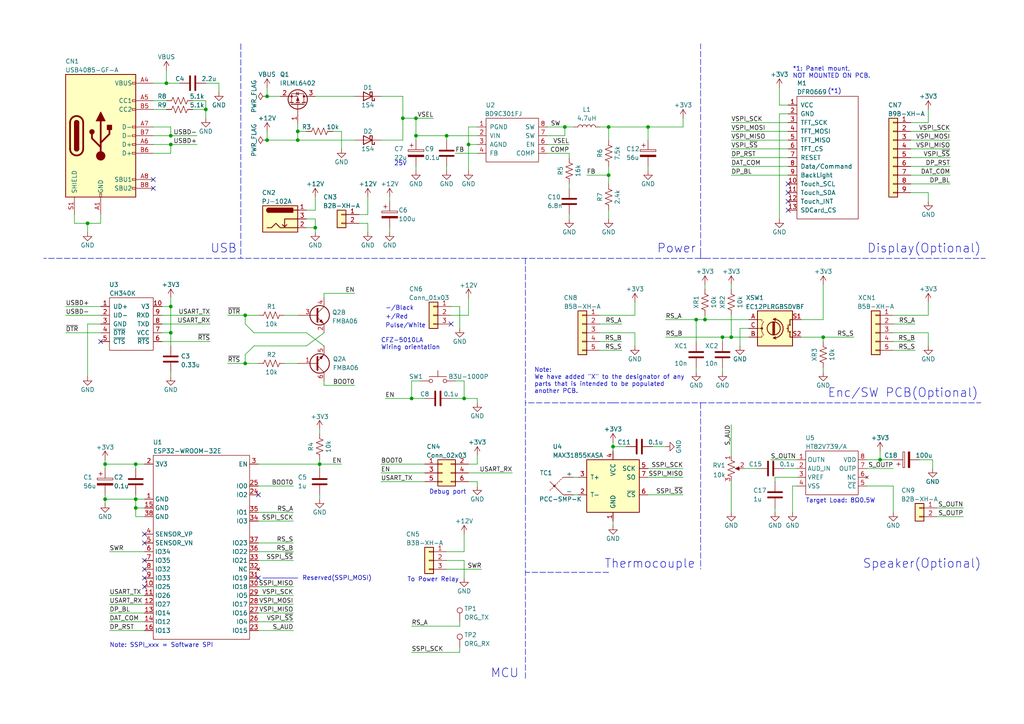
<source format=kicad_sch>
(kicad_sch (version 20211123) (generator eeschema)
  (paper "A4")
  (title_block (title "Lutado: Reflow-soldering Controller for SMD on PCB") (date "2022-Jul-28") (rev "C"))
  (lib_symbols
    (symbol "BD9C301FJ:BD9C301FJ" (pin_names (offset 1.016))
      (property "Reference" "U" (at 1.27 3.81 0))
      (property "Value" "BD9C301FJ" (at 5.08 1.27 0))
      (symbol "BD9C301FJ_1_1"
        (pin power_in line (at -2.54 -2.54 0) (length 2.54) (name "PGND") (number "1"))
        (pin power_in line (at -2.54 -5.08 0) (length 2.54) (name "VIN") (number "2"))
        (pin power_in line (at -2.54 -7.62 0) (length 2.54) (name "AGND") (number "3"))
        (pin input line (at -2.54 -10.16 0) (length 2.54) (name "FB") (number "4"))
        (pin input line (at 17.78 -10.16 180) (length 2.54) (name "COMP") (number "5"))
        (pin input line (at 17.78 -7.62 180) (length 2.54) (name "EN") (number "6"))
        (pin passive line (at 17.78 -5.08 180) (length 2.54) (name "SW") (number "7"))
        (pin output line (at 17.78 -2.54 180) (length 2.54) (name "SW") (number "8"))
      )
    )
    (symbol "CH340x:CH340K" (pin_names (offset 1.016))
      (property "Reference" "U" (at 1.27 3.81 0))
      (property "Value" "CH340K" (at 3.81 1.27 0))
      (symbol "CH340K_1_1"
        (pin bidirectional line (at -2.54 -2.54 0) (length 2.54) (name "UD+") (number "1"))
        (pin power_out line (at 15.24 -2.54 180) (length 2.54) (name "V3") (number "10"))
        (pin bidirectional line (at -2.54 -5.08 0) (length 2.54) (name "UD-") (number "2"))
        (pin power_in line (at -2.54 -7.62 0) (length 2.54) (name "GND") (number "3"))
        (pin output line (at -2.54 -10.16 0) (length 2.54) (name "~{DTR}") (number "4"))
        (pin input line (at -2.54 -12.7 0) (length 2.54) (name "~{CTS}") (number "5"))
        (pin output line (at 15.24 -12.7 180) (length 2.54) (name "~{RTS}") (number "6"))
        (pin power_in line (at 15.24 -10.16 180) (length 2.54) (name "VCC") (number "7"))
        (pin output line (at 15.24 -7.62 180) (length 2.54) (name "TXD") (number "8"))
        (pin input line (at 15.24 -5.08 180) (length 2.54) (name "RXD") (number "9"))
        (pin power_in line (at -2.54 -7.62 0) (length 2.54) hide (name "GND") (number "EP"))
      )
    )
    (symbol "Connector:Barrel_Jack_Switch" (pin_names hide)
      (property "Reference" "J" (at 0 5.334 0))
      (property "Value" "Barrel_Jack_Switch" (at 0 -5.08 0))
      (symbol "Barrel_Jack_Switch_1_1"
        (pin passive line (at 7.62 2.54 180) (length 2.54) (name "~") (number "1"))
        (pin passive line (at 7.62 -2.54 180) (length 2.54) (name "~") (number "2"))
        (pin passive line (at 7.62 0 180) (length 2.54) (name "~") (number "3"))
      )
    )
    (symbol "Connector:TestPoint" (pin_numbers hide) (pin_names (offset 0.762) hide)
      (property "Reference" "TP" (at 0 6.858 0))
      (property "Value" "TestPoint" (at 0 5.08 0))
      (symbol "TestPoint_1_1"
        (pin passive line (at 0 0 90) (length 2.54) (name "1") (number "1"))
      )
    )
    (symbol "Connector:USB_C_Receptacle_USB2.0" (pin_names (offset 1.016))
      (property "Reference" "J" (at -10.16 19.05 0))
      (property "Value" "USB_C_Receptacle_USB2.0" (at 19.05 19.05 0))
      (symbol "USB_C_Receptacle_USB2.0_1_1"
        (pin passive line (at 0 -22.86 90) (length 5.08) (name "GND") (number "A1"))
        (pin passive line (at 0 -22.86 90) (length 5.08) hide (name "GND") (number "A12"))
        (pin passive line (at 15.24 15.24 180) (length 5.08) (name "VBUS") (number "A4"))
        (pin bidirectional line (at 15.24 10.16 180) (length 5.08) (name "CC1") (number "A5"))
        (pin bidirectional line (at 15.24 -2.54 180) (length 5.08) (name "D+") (number "A6"))
        (pin bidirectional line (at 15.24 2.54 180) (length 5.08) (name "D-") (number "A7"))
        (pin bidirectional line (at 15.24 -12.7 180) (length 5.08) (name "SBU1") (number "A8"))
        (pin passive line (at 15.24 15.24 180) (length 5.08) hide (name "VBUS") (number "A9"))
        (pin passive line (at 0 -22.86 90) (length 5.08) hide (name "GND") (number "B1"))
        (pin passive line (at 0 -22.86 90) (length 5.08) hide (name "GND") (number "B12"))
        (pin passive line (at 15.24 15.24 180) (length 5.08) hide (name "VBUS") (number "B4"))
        (pin bidirectional line (at 15.24 7.62 180) (length 5.08) (name "CC2") (number "B5"))
        (pin bidirectional line (at 15.24 -5.08 180) (length 5.08) (name "D+") (number "B6"))
        (pin bidirectional line (at 15.24 0 180) (length 5.08) (name "D-") (number "B7"))
        (pin bidirectional line (at 15.24 -15.24 180) (length 5.08) (name "SBU2") (number "B8"))
        (pin passive line (at 15.24 15.24 180) (length 5.08) hide (name "VBUS") (number "B9"))
        (pin passive line (at -7.62 -22.86 90) (length 5.08) (name "SHIELD") (number "S1"))
      )
    )
    (symbol "Connector_Generic:Conn_01x02" (pin_names (offset 1.016) hide)
      (property "Reference" "J" (at 0 2.54 0))
      (property "Value" "Conn_01x02" (at 0 -5.08 0))
      (symbol "Conn_01x02_1_1"
        (pin passive line (at -5.08 0 0) (length 3.81) (name "Pin_1") (number "1"))
        (pin passive line (at -5.08 -2.54 0) (length 3.81) (name "Pin_2") (number "2"))
      )
    )
    (symbol "Connector_Generic:Conn_01x03" (pin_names (offset 1.016) hide)
      (property "Reference" "J" (at 0 5.08 0))
      (property "Value" "Conn_01x03" (at 0 -5.08 0))
      (symbol "Conn_01x03_1_1"
        (pin passive line (at -5.08 2.54 0) (length 3.81) (name "Pin_1") (number "1"))
        (pin passive line (at -5.08 0 0) (length 3.81) (name "Pin_2") (number "2"))
        (pin passive line (at -5.08 -2.54 0) (length 3.81) (name "Pin_3") (number "3"))
      )
    )
    (symbol "Connector_Generic:Conn_01x05" (pin_names (offset 1.016) hide)
      (property "Reference" "J" (at 0 7.62 0))
      (property "Value" "Conn_01x05" (at 0 -7.62 0))
      (symbol "Conn_01x05_1_1"
        (pin passive line (at -5.08 5.08 0) (length 3.81) (name "Pin_1") (number "1"))
        (pin passive line (at -5.08 2.54 0) (length 3.81) (name "Pin_2") (number "2"))
        (pin passive line (at -5.08 0 0) (length 3.81) (name "Pin_3") (number "3"))
        (pin passive line (at -5.08 -2.54 0) (length 3.81) (name "Pin_4") (number "4"))
        (pin passive line (at -5.08 -5.08 0) (length 3.81) (name "Pin_5") (number "5"))
      )
    )
    (symbol "Connector_Generic:Conn_01x09" (pin_names (offset 1.016) hide)
      (property "Reference" "J" (at 0 12.7 0))
      (property "Value" "Conn_01x09" (at 0 -12.7 0))
      (symbol "Conn_01x09_1_1"
        (pin passive line (at -5.08 10.16 0) (length 3.81) (name "Pin_1") (number "1"))
        (pin passive line (at -5.08 7.62 0) (length 3.81) (name "Pin_2") (number "2"))
        (pin passive line (at -5.08 5.08 0) (length 3.81) (name "Pin_3") (number "3"))
        (pin passive line (at -5.08 2.54 0) (length 3.81) (name "Pin_4") (number "4"))
        (pin passive line (at -5.08 0 0) (length 3.81) (name "Pin_5") (number "5"))
        (pin passive line (at -5.08 -2.54 0) (length 3.81) (name "Pin_6") (number "6"))
        (pin passive line (at -5.08 -5.08 0) (length 3.81) (name "Pin_7") (number "7"))
        (pin passive line (at -5.08 -7.62 0) (length 3.81) (name "Pin_8") (number "8"))
        (pin passive line (at -5.08 -10.16 0) (length 3.81) (name "Pin_9") (number "9"))
      )
    )
    (symbol "Connector_Generic:Conn_02x03_Odd_Even" (pin_names (offset 1.016) hide)
      (property "Reference" "J" (at 1.27 5.08 0))
      (property "Value" "Conn_02x03_Odd_Even" (at 1.27 -5.08 0))
      (symbol "Conn_02x03_Odd_Even_1_1"
        (pin passive line (at -5.08 2.54 0) (length 3.81) (name "Pin_1") (number "1"))
        (pin passive line (at 7.62 2.54 180) (length 3.81) (name "Pin_2") (number "2"))
        (pin passive line (at -5.08 0 0) (length 3.81) (name "Pin_3") (number "3"))
        (pin passive line (at 7.62 0 180) (length 3.81) (name "Pin_4") (number "4"))
        (pin passive line (at -5.08 -2.54 0) (length 3.81) (name "Pin_5") (number "5"))
        (pin passive line (at 7.62 -2.54 180) (length 3.81) (name "Pin_6") (number "6"))
      )
    )
    (symbol "DFR0669:DFR0669" (pin_names (offset 1.016))
      (property "Reference" "M" (at 0 3.81 0))
      (property "Value" "DFR0669" (at 3.81 1.27 0))
      (symbol "DFR0669_1_1"
        (pin power_in line (at -2.54 -2.54 0) (length 2.54) (name "VCC") (number "1"))
        (pin input line (at -2.54 -25.4 0) (length 2.54) (name "Touch_SCL") (number "10"))
        (pin bidirectional line (at -2.54 -27.94 0) (length 2.54) (name "Touch_SDA") (number "11"))
        (pin input line (at -2.54 -30.48 0) (length 2.54) (name "Touch_INT") (number "12"))
        (pin input line (at -2.54 -33.02 0) (length 2.54) (name "SDCard_CS") (number "13"))
        (pin power_in line (at -2.54 -5.08 0) (length 2.54) (name "GND") (number "2"))
        (pin input line (at -2.54 -7.62 0) (length 2.54) (name "TFT_SCK") (number "3"))
        (pin input line (at -2.54 -10.16 0) (length 2.54) (name "TFT_MOSI") (number "4"))
        (pin tri_state line (at -2.54 -12.7 0) (length 2.54) (name "TFT_MISO") (number "5"))
        (pin input line (at -2.54 -15.24 0) (length 2.54) (name "TFT_CS") (number "6"))
        (pin input line (at -2.54 -17.78 0) (length 2.54) (name "RESET") (number "7"))
        (pin bidirectional line (at -2.54 -20.32 0) (length 2.54) (name "Data/Command") (number "8"))
        (pin input line (at -2.54 -22.86 0) (length 2.54) (name "BackLight") (number "9"))
      )
    )
    (symbol "Device:C" (pin_numbers hide) (pin_names (offset 0.254))
      (property "Reference" "C" (at 0.635 2.54 0))
      (property "Value" "C" (at 0.635 -2.54 0))
      (symbol "C_1_1"
        (pin passive line (at 0 3.81 270) (length 2.794) (name "~") (number "1"))
        (pin passive line (at 0 -3.81 90) (length 2.794) (name "~") (number "2"))
      )
    )
    (symbol "Device:C_Polarized" (pin_numbers hide) (pin_names (offset 0.254))
      (property "Reference" "C" (at 0.635 2.54 0))
      (property "Value" "C_Polarized" (at 0.635 -2.54 0))
      (symbol "C_Polarized_1_1"
        (pin passive line (at 0 3.81 270) (length 2.794) (name "~") (number "1"))
        (pin passive line (at 0 -3.81 90) (length 2.794) (name "~") (number "2"))
      )
    )
    (symbol "Device:D_Schottky" (pin_numbers hide) (pin_names (offset 1.016) hide)
      (property "Reference" "D" (at 0 2.54 0))
      (property "Value" "D_Schottky" (at 0 -2.54 0))
      (symbol "D_Schottky_1_1"
        (pin passive line (at -3.81 0 0) (length 2.54) (name "K") (number "1"))
        (pin passive line (at 3.81 0 180) (length 2.54) (name "A") (number "2"))
      )
    )
    (symbol "Device:L" (pin_numbers hide) (pin_names (offset 1.016) hide)
      (property "Reference" "L" (at -1.27 0 90))
      (property "Value" "L" (at 1.905 0 90))
      (symbol "L_1_1"
        (pin passive line (at 0 3.81 270) (length 1.27) (name "1") (number "1"))
        (pin passive line (at 0 -3.81 90) (length 1.27) (name "2") (number "2"))
      )
    )
    (symbol "Device:R_Potentiometer_US" (pin_names (offset 1.016) hide)
      (property "Reference" "RV" (at -4.445 0 90))
      (property "Value" "R_Potentiometer_US" (at -2.54 0 90))
      (symbol "R_Potentiometer_US_1_1"
        (pin passive line (at 0 3.81 270) (length 1.27) (name "1") (number "1"))
        (pin passive line (at 3.81 0 180) (length 1.27) (name "2") (number "2"))
        (pin passive line (at 0 -3.81 90) (length 1.27) (name "3") (number "3"))
      )
    )
    (symbol "Device:R_US" (pin_numbers hide) (pin_names (offset 0))
      (property "Reference" "R" (at 2.54 0 90))
      (property "Value" "R_US" (at -2.54 0 90))
      (symbol "R_US_1_1"
        (pin passive line (at 0 3.81 270) (length 1.27) (name "~") (number "1"))
        (pin passive line (at 0 -3.81 90) (length 1.27) (name "~") (number "2"))
      )
    )
    (symbol "Device:RotaryEncoder_Switch" (pin_names (offset 0.254) hide)
      (property "Reference" "SW" (at 0 6.604 0))
      (property "Value" "RotaryEncoder_Switch" (at 0 -6.604 0))
      (symbol "RotaryEncoder_Switch_1_1"
        (pin passive line (at -7.62 2.54 0) (length 2.54) (name "A") (number "A"))
        (pin passive line (at -7.62 -2.54 0) (length 2.54) (name "B") (number "B"))
        (pin passive line (at -7.62 0 0) (length 2.54) (name "C") (number "C"))
        (pin passive line (at 7.62 2.54 180) (length 2.54) (name "S1") (number "S1"))
        (pin passive line (at 7.62 -2.54 180) (length 2.54) (name "S2") (number "S2"))
      )
    )
    (symbol "Device:Thermocouple" (pin_numbers hide) (pin_names (offset 0))
      (property "Reference" "TC" (at -3.048 3.81 0))
      (property "Value" "Thermocouple" (at -5.08 -4.064 0))
      (symbol "Thermocouple_1_1"
        (pin passive line (at 2.54 2.54 180) (length 2.54) (name "+") (number "1"))
        (pin passive line (at 2.54 -2.54 180) (length 2.54) (name "-") (number "2"))
      )
    )
    (symbol "ESP32_WROOM:ESP32_WROOM"
      (property "Reference" "U1" (at 1.27 3.81 0))
      (property "Value" "ESP32-WROOM-32E" (at 9.906 1.27 0))
      (symbol "ESP32_WROOM_1_1"
        (pin power_in line (at -2.54 -12.7 0) (length 2.54) (name "GND") (number "1"))
        (pin bidirectional line (at -2.54 -38.1 0) (length 2.54) (name "IO25") (number "10"))
        (pin bidirectional line (at -2.54 -40.64 0) (length 2.54) (name "IO26") (number "11"))
        (pin bidirectional line (at -2.54 -43.18 0) (length 2.54) (name "IO27") (number "12"))
        (pin bidirectional line (at -2.54 -45.72 0) (length 2.54) (name "IO14") (number "13"))
        (pin bidirectional line (at -2.54 -48.26 0) (length 2.54) (name "IO12") (number "14"))
        (pin power_in line (at -2.54 -15.24 0) (length 2.54) (name "GND") (number "15"))
        (pin bidirectional line (at -2.54 -50.8 0) (length 2.54) (name "IO13") (number "16"))
        (pin no_connect line (at 7.62 -55.88 90) (length 2.54) hide (name "NC") (number "17"))
        (pin no_connect line (at 10.16 -55.88 90) (length 2.54) hide (name "NC") (number "18"))
        (pin no_connect line (at 12.7 -55.88 90) (length 2.54) hide (name "NC") (number "19"))
        (pin power_in line (at -2.54 -2.54 0) (length 2.54) (name "3V3") (number "2"))
        (pin no_connect line (at 15.24 -55.88 90) (length 2.54) hide (name "NC") (number "20"))
        (pin no_connect line (at 17.78 -55.88 90) (length 2.54) hide (name "NC") (number "21"))
        (pin no_connect line (at 20.32 -55.88 90) (length 2.54) hide (name "NC") (number "22"))
        (pin bidirectional line (at 30.48 -50.8 180) (length 2.54) (name "IO15") (number "23"))
        (pin bidirectional line (at 30.48 -11.43 180) (length 2.54) (name "IO2") (number "24"))
        (pin bidirectional line (at 30.48 -8.89 180) (length 2.54) (name "IO0") (number "25"))
        (pin bidirectional line (at 30.48 -48.26 180) (length 2.54) (name "IO4") (number "26"))
        (pin bidirectional line (at 30.48 -45.72 180) (length 2.54) (name "IO16") (number "27"))
        (pin bidirectional line (at 30.48 -43.18 180) (length 2.54) (name "IO17") (number "28"))
        (pin bidirectional line (at 30.48 -40.64 180) (length 2.54) (name "IO5") (number "29"))
        (pin input line (at 30.48 -2.54 180) (length 2.54) (name "EN") (number "3"))
        (pin bidirectional line (at 30.48 -38.1 180) (length 2.54) (name "IO18") (number "30"))
        (pin bidirectional line (at 30.48 -35.56 180) (length 2.54) (name "IO19") (number "31"))
        (pin no_connect line (at 30.48 -33.02 180) (length 2.54) (name "NC") (number "32"))
        (pin bidirectional line (at 30.48 -30.48 180) (length 2.54) (name "IO21") (number "33"))
        (pin bidirectional line (at 30.48 -19.05 180) (length 2.54) (name "IO3") (number "34"))
        (pin bidirectional line (at 30.48 -16.51 180) (length 2.54) (name "IO1") (number "35"))
        (pin bidirectional line (at 30.48 -27.94 180) (length 2.54) (name "IO22") (number "36"))
        (pin bidirectional line (at 30.48 -25.4 180) (length 2.54) (name "IO23") (number "37"))
        (pin power_in line (at -2.54 -17.78 0) (length 2.54) (name "GND") (number "38"))
        (pin passive line (at -2.54 -15.24 0) (length 2.54) hide (name "EPAD") (number "39"))
        (pin input line (at -2.54 -22.86 0) (length 2.54) (name "SENSOR_VP") (number "4"))
        (pin input line (at -2.54 -25.4 0) (length 2.54) (name "SENSOR_VN") (number "5"))
        (pin bidirectional line (at -2.54 -27.94 0) (length 2.54) (name "IO34") (number "6"))
        (pin bidirectional line (at -2.54 -30.48 0) (length 2.54) (name "IO35") (number "7"))
        (pin bidirectional line (at -2.54 -33.02 0) (length 2.54) (name "IO32") (number "8"))
        (pin bidirectional line (at -2.54 -35.56 0) (length 2.54) (name "IO33") (number "9"))
      )
    )
    (symbol "FMBA06:FMBA06" (pin_names hide)
      (property "Reference" "Q2" (at 3.5814 0.8347 0))
      (property "Value" "FMBA06" (at 3.5814 -1.7022 0))
      (symbol "FMBA06_1_1"
        (pin input line (at -6.35 0 0) (length 5.715) (name "B1") (number "1"))
        (pin passive line (at 1.27 -5.08 90) (length 2.54) (name "E1") (number "5"))
        (pin passive line (at 1.27 5.08 270) (length 2.54) (name "C1") (number "6"))
      )
      (symbol "FMBA06_2_1"
        (pin passive line (at 1.27 -5.08 90) (length 2.54) (name "E2") (number "2"))
        (pin input line (at -6.35 0 0) (length 5.715) (name "B2") (number "3"))
        (pin passive line (at 1.27 5.08 270) (length 2.54) (name "C2") (number "4"))
      )
    )
    (symbol "FMBA06_1" (pin_names hide)
      (property "Reference" "Q2" (at 3.5814 0.8347 0))
      (property "Value" "FMBA06_1" (at 3.5814 -1.7022 0))
      (symbol "FMBA06_1_1_1"
        (pin input line (at -6.35 0 0) (length 5.715) (name "B1") (number "1"))
        (pin passive line (at 1.27 -5.08 90) (length 2.54) (name "E1") (number "5"))
        (pin passive line (at 1.27 5.08 270) (length 2.54) (name "C1") (number "6"))
      )
      (symbol "FMBA06_1_2_1"
        (pin passive line (at 1.27 -5.08 90) (length 2.54) (name "E2") (number "2"))
        (pin input line (at -6.35 0 0) (length 5.715) (name "B2") (number "3"))
        (pin passive line (at 1.27 5.08 270) (length 2.54) (name "C2") (number "4"))
      )
    )
    (symbol "HT82V739:HT82V73x"
      (property "Reference" "U4" (at 1.27 3.81 0))
      (property "Value" "HT82V739/A" (at 5.969 1.27 0))
      (symbol "HT82V73x_1_1"
        (pin output line (at -2.54 -2.54 0) (length 2.54) (name "OUTN") (number "1"))
        (pin input line (at -2.54 -5.08 0) (length 2.54) (name "AUD_IN") (number "2"))
        (pin output line (at -2.54 -7.62 0) (length 2.54) (name "VREF") (number "3"))
        (pin power_in line (at -2.54 -10.16 0) (length 2.54) (name "VSS") (number "4"))
        (pin input line (at 17.78 -10.16 180) (length 2.54) (name "~{CE}") (number "5"))
        (pin no_connect line (at 17.78 -7.62 180) (length 2.54) (name "NC") (number "6"))
        (pin output line (at 17.78 -5.08 180) (length 2.54) (name "OUTP") (number "7"))
        (pin power_in line (at 17.78 -2.54 180) (length 2.54) (name "VDD") (number "8"))
        (pin passive line (at -2.54 -10.16 0) (length 2.54) hide (name "E-PAD") (number "9"))
      )
    )
    (symbol "Sensor_Temperature:MAX31855KASA" (pin_names (offset 1.016))
      (property "Reference" "U" (at -7.62 8.89 0))
      (property "Value" "MAX31855KASA" (at 1.27 8.89 0))
      (symbol "MAX31855KASA_1_1"
        (pin power_in line (at 0 -10.16 90) (length 2.54) (name "GND") (number "1"))
        (pin passive line (at -10.16 -2.54 0) (length 2.54) (name "T-") (number "2"))
        (pin passive line (at -10.16 2.54 0) (length 2.54) (name "T+") (number "3"))
        (pin power_in line (at 0 10.16 270) (length 2.54) (name "VCC") (number "4"))
        (pin input line (at 10.16 5.08 180) (length 2.54) (name "SCK") (number "5"))
        (pin input line (at 10.16 -2.54 180) (length 2.54) (name "~{CS}") (number "6"))
        (pin tri_state line (at 10.16 2.54 180) (length 2.54) (name "SO") (number "7"))
      )
    )
    (symbol "Switch:SW_Push" (pin_numbers hide) (pin_names (offset 1.016) hide)
      (property "Reference" "SW" (at 1.27 2.54 0))
      (property "Value" "SW_Push" (at 0 -1.524 0))
      (symbol "SW_Push_0_1"
        (pin passive line (at -5.08 0 0) (length 2.54) (name "1") (number "1"))
        (pin passive line (at 5.08 0 180) (length 2.54) (name "2") (number "2"))
      )
    )
    (symbol "Transistor_FET:IRLML6402" (pin_names hide)
      (property "Reference" "Q" (at 5.08 1.905 0))
      (property "Value" "IRLML6402" (at 5.08 0 0))
      (symbol "IRLML6402_1_1"
        (pin input line (at -5.08 0 0) (length 2.54) (name "G") (number "1"))
        (pin passive line (at 2.54 -5.08 90) (length 2.54) (name "S") (number "2"))
        (pin passive line (at 2.54 5.08 270) (length 2.54) (name "D") (number "3"))
      )
    )
    (symbol "power:+12V" (power) (pin_names (offset 0))
      (property "Value" "+12V" (at 0 3.556 0))
      (symbol "+12V_1_1"
        (pin power_in line (at 0 0 90) (length 0) hide (name "+12V") (number "1"))
      )
    )
    (symbol "power:+3.3V" (power) (pin_names (offset 0))
      (property "Value" "+3.3V" (at 0 3.556 0))
      (symbol "+3.3V_1_1"
        (pin power_in line (at 0 0 90) (length 0) hide (name "+3V3") (number "1"))
      )
    )
    (symbol "power:GND" (power) (pin_names (offset 0))
      (property "Value" "GND" (at 0 -3.81 0))
      (symbol "GND_1_1"
        (pin power_in line (at 0 0 270) (length 0) hide (name "GND") (number "1"))
      )
    )
    (symbol "power:PWR_FLAG" (power) (pin_numbers hide) (pin_names (offset 0) hide)
      (property "Value" "PWR_FLAG" (at 0 3.81 0))
      (symbol "PWR_FLAG_0_0"
        (pin power_out line (at 0 0 90) (length 0) (name "pwr") (number "1"))
      )
    )
    (symbol "power:VBUS" (power) (pin_names (offset 0))
      (property "Value" "VBUS" (at 0 3.81 0))
      (symbol "VBUS_1_1"
        (pin power_in line (at 0 0 90) (length 0) hide (name "VBUS") (number "1"))
      )
    )
  )
  (junction (at 39.37 144.78))
  (junction (at 39.37 134.62))
  (junction (at 25.4 64.77))
  (junction (at 49.53 88.9))
  (junction (at 201.93 92.71))
  (junction (at 92.71 134.62))
  (junction (at 48.26 24.13))
  (junction (at 177.8 129.54))
  (junction (at 71.12 105.41))
  (junction (at 212.09 97.79))
  (junction (at 135.89 41.91))
  (junction (at 255.27 133.35))
  (junction (at 176.53 50.8))
  (junction (at 71.12 91.44))
  (junction (at 49.53 39.37))
  (junction (at 238.76 97.79))
  (junction (at 176.53 36.83))
  (junction (at 77.47 27.94))
  (junction (at 134.62 115.57))
  (junction (at 119.38 115.57))
  (junction (at 116.84 34.29))
  (junction (at 120.65 39.37))
  (junction (at 209.55 97.79))
  (junction (at 49.53 96.52))
  (junction (at 86.36 40.64))
  (junction (at 120.65 34.29))
  (junction (at 39.37 147.32))
  (junction (at 77.47 40.64))
  (junction (at 204.47 92.71))
  (junction (at 30.48 144.78))
  (junction (at 91.44 66.04))
  (junction (at 49.53 41.91))
  (junction (at 163.83 36.83))
  (junction (at 129.54 39.37))
  (junction (at 30.48 134.62))
  (junction (at 187.96 36.83))
  (junction (at 59.69 31.75))
  (junction (at 86.36 38.1))
  (no_connect (at 41.91 154.94))
  (no_connect (at 41.91 157.48))
  (no_connect (at 41.91 165.1))
  (no_connect (at 41.91 167.64))
  (no_connect (at 41.91 162.56))
  (no_connect (at 74.93 143.51))
  (no_connect (at 228.6 58.42))
  (no_connect (at 130.81 93.98))
  (no_connect (at 228.6 53.34))
  (no_connect (at 228.6 55.88))
  (no_connect (at 29.21 99.06))
  (no_connect (at 44.45 52.07))
  (no_connect (at 41.91 170.18))
  (no_connect (at 44.45 54.61))
  (no_connect (at 74.93 167.64))
  (no_connect (at 228.6 60.96))
  (polyline (pts (xy 176.53 165.989) (xy 152.4 165.989)))
  (wire (pts (xy 259.08 140.97) (xy 259.08 148.59)))
  (wire (pts (xy 238.76 92.71) (xy 232.41 92.71)))
  (wire (pts (xy 138.43 132.08) (xy 138.43 134.62)))
  (wire (pts (xy 275.59 53.34) (xy 264.16 53.34)))
  (wire (pts (xy 44.45 24.13) (xy 48.26 24.13)))
  (wire (pts (xy 138.43 39.37) (xy 129.54 39.37)))
  (wire (pts (xy 133.35 180.34) (xy 133.35 181.61)))
  (wire (pts (xy 29.21 93.98) (xy 25.4 93.98)))
  (wire (pts (xy 275.59 50.8) (xy 264.16 50.8)))
  (wire (pts (xy 201.93 99.06) (xy 201.93 92.71)))
  (wire (pts (xy 74.93 148.59) (xy 85.09 148.59)))
  (wire (pts (xy 30.48 134.62) (xy 30.48 133.35)))
  (wire (pts (xy 74.93 180.34) (xy 85.09 180.34)))
  (wire (pts (xy 29.21 62.23) (xy 29.21 64.77)))
  (wire (pts (xy 228.6 45.72) (xy 212.09 45.72)))
  (wire (pts (xy 212.09 35.56) (xy 228.6 35.56)))
  (wire (pts (xy 86.36 38.1) (xy 88.9 38.1)))
  (wire (pts (xy 129.54 40.64) (xy 129.54 39.37)))
  (wire (pts (xy 269.24 87.63) (xy 269.24 91.44)))
  (wire (pts (xy 49.53 96.52) (xy 49.53 100.33)))
  (wire (pts (xy 238.76 107.95) (xy 238.76 106.68)))
  (wire (pts (xy 229.87 140.97) (xy 229.87 148.59)))
  (wire (pts (xy 49.53 109.22) (xy 49.53 107.95)))
  (wire (pts (xy 212.09 83.82) (xy 212.09 82.55)))
  (wire (pts (xy 116.84 40.64) (xy 116.84 34.29)))
  (wire (pts (xy 41.91 144.78) (xy 39.37 144.78)))
  (wire (pts (xy 93.98 86.36) (xy 93.98 85.09)))
  (polyline (pts (xy 203.2 116.84) (xy 203.2 165.1)))
  (polyline (pts (xy 177.8 116.84) (xy 152.4 116.84)))
  (wire (pts (xy 63.5 24.13) (xy 63.5 26.67)))
  (wire (pts (xy 49.53 96.52) (xy 49.53 88.9)))
  (wire (pts (xy 116.84 27.94) (xy 116.84 34.29)))
  (wire (pts (xy 88.9 100.33) (xy 93.98 96.52)))
  (wire (pts (xy 111.76 115.57) (xy 119.38 115.57)))
  (wire (pts (xy 166.37 138.43) (xy 167.64 138.43)))
  (wire (pts (xy 226.06 33.02) (xy 228.6 33.02)))
  (wire (pts (xy 82.55 91.44) (xy 86.36 91.44)))
  (polyline (pts (xy 76.2 167.64) (xy 86.36 167.64)) (stroke (width 0) (type solid)))
  (wire (pts (xy 187.96 143.51) (xy 198.12 143.51)))
  (wire (pts (xy 74.93 151.13) (xy 85.09 151.13)))
  (wire (pts (xy 73.66 100.33) (xy 71.12 102.87)))
  (wire (pts (xy 212.09 40.64) (xy 228.6 40.64)))
  (wire (pts (xy 255.27 133.35) (xy 259.08 133.35)))
  (wire (pts (xy 39.37 135.89) (xy 39.37 134.62)))
  (wire (pts (xy 176.53 50.8) (xy 176.53 53.34)))
  (wire (pts (xy 134.62 154.94) (xy 134.62 160.02)))
  (wire (pts (xy 66.04 91.44) (xy 71.12 91.44)))
  (wire (pts (xy 135.89 86.36) (xy 135.89 91.44)))
  (wire (pts (xy 167.64 143.51) (xy 166.37 143.51)))
  (wire (pts (xy 113.03 57.15) (xy 113.03 58.42)))
  (wire (pts (xy 104.14 64.77) (xy 106.68 64.77)))
  (wire (pts (xy 271.78 149.86) (xy 279.4 149.86)))
  (wire (pts (xy 226.06 63.5) (xy 226.06 33.02)))
  (wire (pts (xy 91.44 66.04) (xy 91.44 67.31)))
  (wire (pts (xy 74.93 175.26) (xy 85.09 175.26)))
  (wire (pts (xy 48.26 20.32) (xy 48.26 24.13)))
  (wire (pts (xy 120.65 40.64) (xy 120.65 39.37)))
  (wire (pts (xy 92.71 144.78) (xy 92.71 143.51)))
  (wire (pts (xy 120.65 34.29) (xy 125.73 34.29)))
  (wire (pts (xy 71.12 105.41) (xy 66.04 105.41)))
  (wire (pts (xy 176.53 36.83) (xy 187.96 36.83)))
  (polyline (pts (xy 204.47 74.93) (xy 285.75 74.93)))
  (wire (pts (xy 214.63 100.33) (xy 214.63 95.25)))
  (wire (pts (xy 30.48 135.89) (xy 30.48 134.62)))
  (wire (pts (xy 129.54 162.56) (xy 134.62 162.56)))
  (wire (pts (xy 270.51 133.35) (xy 270.51 135.89)))
  (wire (pts (xy 93.98 85.09) (xy 102.87 85.09)))
  (wire (pts (xy 25.4 64.77) (xy 25.4 67.31)))
  (wire (pts (xy 102.87 111.76) (xy 93.98 111.76)))
  (wire (pts (xy 173.99 101.6) (xy 180.34 101.6)))
  (wire (pts (xy 138.43 140.97) (xy 138.43 139.7)))
  (wire (pts (xy 176.53 60.96) (xy 176.53 63.5)))
  (wire (pts (xy 44.45 41.91) (xy 49.53 41.91)))
  (wire (pts (xy 49.53 44.45) (xy 49.53 41.91)))
  (wire (pts (xy 269.24 31.75) (xy 269.24 35.56)))
  (wire (pts (xy 176.53 50.8) (xy 170.18 50.8)))
  (wire (pts (xy 177.8 152.4) (xy 177.8 151.13)))
  (wire (pts (xy 30.48 143.51) (xy 30.48 144.78)))
  (wire (pts (xy 102.87 27.94) (xy 91.44 27.94)))
  (polyline (pts (xy 203.2 116.84) (xy 284.48 116.84)))
  (wire (pts (xy 138.43 36.83) (xy 135.89 36.83)))
  (wire (pts (xy 134.62 115.57) (xy 138.43 115.57)))
  (wire (pts (xy 104.14 62.23) (xy 106.68 62.23)))
  (wire (pts (xy 46.99 96.52) (xy 49.53 96.52)))
  (wire (pts (xy 46.99 99.06) (xy 60.96 99.06)))
  (wire (pts (xy 224.79 148.59) (xy 224.79 147.32)))
  (wire (pts (xy 30.48 134.62) (xy 39.37 134.62)))
  (wire (pts (xy 86.36 38.1) (xy 86.36 40.64)))
  (wire (pts (xy 212.09 38.1) (xy 228.6 38.1)))
  (wire (pts (xy 73.66 96.52) (xy 71.12 93.98)))
  (wire (pts (xy 39.37 147.32) (xy 39.37 144.78)))
  (wire (pts (xy 93.98 100.33) (xy 88.9 96.52)))
  (wire (pts (xy 77.47 38.1) (xy 77.47 40.64)))
  (wire (pts (xy 119.38 189.23) (xy 133.35 189.23)))
  (wire (pts (xy 201.93 92.71) (xy 204.47 92.71)))
  (wire (pts (xy 74.93 177.8) (xy 85.09 177.8)))
  (wire (pts (xy 229.87 140.97) (xy 231.14 140.97)))
  (wire (pts (xy 31.75 180.34) (xy 41.91 180.34)))
  (wire (pts (xy 135.89 134.62) (xy 138.43 134.62)))
  (wire (pts (xy 133.35 187.96) (xy 133.35 189.23)))
  (wire (pts (xy 163.83 39.37) (xy 163.83 36.83)))
  (wire (pts (xy 165.1 54.61) (xy 165.1 53.34)))
  (wire (pts (xy 180.34 99.06) (xy 173.99 99.06)))
  (wire (pts (xy 259.08 140.97) (xy 251.46 140.97)))
  (wire (pts (xy 30.48 144.78) (xy 30.48 146.05)))
  (wire (pts (xy 275.59 48.26) (xy 264.16 48.26)))
  (wire (pts (xy 74.93 182.88) (xy 85.09 182.88)))
  (wire (pts (xy 212.09 123.19) (xy 212.09 132.08)))
  (wire (pts (xy 119.38 110.49) (xy 121.92 110.49)))
  (wire (pts (xy 30.48 144.78) (xy 39.37 144.78)))
  (wire (pts (xy 251.46 135.89) (xy 259.08 135.89)))
  (wire (pts (xy 238.76 97.79) (xy 247.65 97.79)))
  (wire (pts (xy 135.89 139.7) (xy 138.43 139.7)))
  (wire (pts (xy 99.06 134.62) (xy 92.71 134.62)))
  (wire (pts (xy 209.55 99.06) (xy 209.55 97.79)))
  (wire (pts (xy 74.93 160.02) (xy 85.09 160.02)))
  (wire (pts (xy 173.99 36.83) (xy 176.53 36.83)))
  (wire (pts (xy 187.96 135.89) (xy 198.12 135.89)))
  (polyline (pts (xy 204.47 74.93) (xy 203.2 74.93)))
  (wire (pts (xy 209.55 97.79) (xy 212.09 97.79)))
  (wire (pts (xy 77.47 27.94) (xy 81.28 27.94)))
  (wire (pts (xy 173.99 96.52) (xy 184.15 96.52)))
  (polyline (pts (xy 203.2 73.66) (xy 203.2 74.93)))
  (wire (pts (xy 217.17 97.79) (xy 212.09 97.79)))
  (wire (pts (xy 255.27 133.35) (xy 255.27 130.81)))
  (wire (pts (xy 269.24 96.52) (xy 269.24 100.33)))
  (wire (pts (xy 279.4 147.32) (xy 271.78 147.32)))
  (wire (pts (xy 29.21 64.77) (xy 25.4 64.77)))
  (wire (pts (xy 204.47 91.44) (xy 204.47 92.71)))
  (wire (pts (xy 129.54 48.26) (xy 129.54 49.53)))
  (wire (pts (xy 133.35 88.9) (xy 133.35 95.25)))
  (wire (pts (xy 39.37 134.62) (xy 41.91 134.62)))
  (wire (pts (xy 99.06 38.1) (xy 99.06 43.18)))
  (wire (pts (xy 129.54 165.1) (xy 139.7 165.1)))
  (wire (pts (xy 184.15 87.63) (xy 184.15 91.44)))
  (wire (pts (xy 187.96 48.26) (xy 187.96 49.53)))
  (wire (pts (xy 123.19 134.62) (xy 110.49 134.62)))
  (wire (pts (xy 48.26 24.13) (xy 52.07 24.13)))
  (wire (pts (xy 71.12 102.87) (xy 71.12 105.41)))
  (wire (pts (xy 77.47 40.64) (xy 86.36 40.64)))
  (wire (pts (xy 193.04 92.71) (xy 201.93 92.71)))
  (wire (pts (xy 198.12 36.83) (xy 198.12 34.29)))
  (wire (pts (xy 74.93 134.62) (xy 92.71 134.62)))
  (wire (pts (xy 265.43 99.06) (xy 259.08 99.06)))
  (wire (pts (xy 217.17 95.25) (xy 214.63 95.25)))
  (wire (pts (xy 31.75 175.26) (xy 41.91 175.26)))
  (wire (pts (xy 74.93 162.56) (xy 85.09 162.56)))
  (wire (pts (xy 92.71 125.73) (xy 92.71 124.46)))
  (wire (pts (xy 19.05 96.52) (xy 29.21 96.52)))
  (wire (pts (xy 21.59 64.77) (xy 21.59 62.23)))
  (wire (pts (xy 77.47 27.94) (xy 77.47 25.4)))
  (wire (pts (xy 44.45 39.37) (xy 49.53 39.37)))
  (wire (pts (xy 173.99 91.44) (xy 184.15 91.44)))
  (wire (pts (xy 119.38 115.57) (xy 123.19 115.57)))
  (wire (pts (xy 106.68 67.31) (xy 106.68 64.77)))
  (wire (pts (xy 259.08 96.52) (xy 269.24 96.52)))
  (wire (pts (xy 102.87 40.64) (xy 86.36 40.64)))
  (wire (pts (xy 88.9 63.5) (xy 91.44 63.5)))
  (wire (pts (xy 177.8 128.27) (xy 177.8 129.54)))
  (wire (pts (xy 187.96 36.83) (xy 187.96 40.64)))
  (wire (pts (xy 96.52 38.1) (xy 99.06 38.1)))
  (wire (pts (xy 116.84 34.29) (xy 120.65 34.29)))
  (wire (pts (xy 59.69 31.75) (xy 59.69 34.29)))
  (wire (pts (xy 44.45 29.21) (xy 48.26 29.21)))
  (wire (pts (xy 59.69 24.13) (xy 63.5 24.13)))
  (wire (pts (xy 49.53 88.9) (xy 49.53 86.36)))
  (wire (pts (xy 231.14 135.89) (xy 227.33 135.89)))
  (wire (pts (xy 92.71 134.62) (xy 92.71 135.89)))
  (wire (pts (xy 130.81 88.9) (xy 133.35 88.9)))
  (wire (pts (xy 228.6 48.26) (xy 212.09 48.26)))
  (wire (pts (xy 31.75 160.02) (xy 41.91 160.02)))
  (wire (pts (xy 48.26 31.75) (xy 44.45 31.75)))
  (wire (pts (xy 123.19 139.7) (xy 110.49 139.7)))
  (wire (pts (xy 266.7 133.35) (xy 270.51 133.35)))
  (wire (pts (xy 120.65 48.26) (xy 120.65 49.53)))
  (wire (pts (xy 138.43 41.91) (xy 135.89 41.91)))
  (wire (pts (xy 212.09 43.18) (xy 228.6 43.18)))
  (wire (pts (xy 74.93 172.72) (xy 85.09 172.72)))
  (wire (pts (xy 88.9 66.04) (xy 91.44 66.04)))
  (wire (pts (xy 209.55 106.68) (xy 209.55 107.95)))
  (wire (pts (xy 275.59 45.72) (xy 264.16 45.72)))
  (wire (pts (xy 49.53 36.83) (xy 49.53 39.37)))
  (wire (pts (xy 212.09 91.44) (xy 212.09 97.79)))
  (wire (pts (xy 166.37 36.83) (xy 163.83 36.83)))
  (wire (pts (xy 55.88 29.21) (xy 59.69 29.21)))
  (wire (pts (xy 86.36 35.56) (xy 86.36 38.1)))
  (wire (pts (xy 49.53 39.37) (xy 57.15 39.37)))
  (wire (pts (xy 44.45 44.45) (xy 49.53 44.45)))
  (wire (pts (xy 46.99 93.98) (xy 60.96 93.98)))
  (wire (pts (xy 224.79 139.7) (xy 224.79 138.43)))
  (wire (pts (xy 31.75 182.88) (xy 41.91 182.88)))
  (wire (pts (xy 251.46 133.35) (xy 255.27 133.35)))
  (wire (pts (xy 120.65 34.29) (xy 120.65 39.37)))
  (wire (pts (xy 119.38 115.57) (xy 119.38 110.49)))
  (wire (pts (xy 176.53 48.26) (xy 176.53 50.8)))
  (wire (pts (xy 158.75 39.37) (xy 163.83 39.37)))
  (wire (pts (xy 134.62 162.56) (xy 134.62 167.64)))
  (wire (pts (xy 110.49 40.64) (xy 116.84 40.64)))
  (wire (pts (xy 92.71 133.35) (xy 92.71 134.62)))
  (wire (pts (xy 93.98 111.76) (xy 93.98 110.49)))
  (wire (pts (xy 135.89 41.91) (xy 135.89 49.53)))
  (wire (pts (xy 165.1 45.72) (xy 165.1 44.45)))
  (wire (pts (xy 25.4 93.98) (xy 25.4 109.22)))
  (wire (pts (xy 264.16 35.56) (xy 269.24 35.56)))
  (wire (pts (xy 165.1 63.5) (xy 165.1 62.23)))
  (wire (pts (xy 55.88 31.75) (xy 59.69 31.75)))
  (wire (pts (xy 46.99 88.9) (xy 49.53 88.9)))
  (wire (pts (xy 138.43 115.57) (xy 138.43 116.84)))
  (polyline (pts (xy 69.85 12.7) (xy 69.85 74.93)))
  (wire (pts (xy 134.62 160.02) (xy 129.54 160.02)))
  (wire (pts (xy 110.49 27.94) (xy 116.84 27.94)))
  (wire (pts (xy 129.54 39.37) (xy 120.65 39.37)))
  (wire (pts (xy 201.93 106.68) (xy 201.93 107.95)))
  (wire (pts (xy 184.15 96.52) (xy 184.15 100.33)))
  (wire (pts (xy 130.81 115.57) (xy 134.62 115.57)))
  (wire (pts (xy 25.4 64.77) (xy 21.59 64.77)))
  (wire (pts (xy 49.53 41.91) (xy 57.15 41.91)))
  (wire (pts (xy 31.75 177.8) (xy 41.91 177.8)))
  (wire (pts (xy 82.55 105.41) (xy 86.36 105.41)))
  (wire (pts (xy 59.69 31.75) (xy 59.69 29.21)))
  (wire (pts (xy 39.37 144.78) (xy 39.37 143.51)))
  (wire (pts (xy 39.37 149.86) (xy 39.37 147.32)))
  (wire (pts (xy 134.62 110.49) (xy 134.62 115.57)))
  (wire (pts (xy 41.91 147.32) (xy 39.37 147.32)))
  (wire (pts (xy 180.34 93.98) (xy 173.99 93.98)))
  (wire (pts (xy 212.09 50.8) (xy 228.6 50.8)))
  (wire (pts (xy 177.8 129.54) (xy 181.61 129.54)))
  (wire (pts (xy 74.93 105.41) (xy 71.12 105.41)))
  (wire (pts (xy 19.05 91.44) (xy 29.21 91.44)))
  (polyline (pts (xy 152.4 144.78) (xy 152.4 196.85)))
  (polyline (pts (xy 203.2 74.93) (xy 12.7 74.93)))
  (wire (pts (xy 19.05 88.9) (xy 29.21 88.9)))
  (wire (pts (xy 226.06 30.48) (xy 228.6 30.48)))
  (wire (pts (xy 91.44 57.15) (xy 91.44 60.96)))
  (wire (pts (xy 275.59 43.18) (xy 264.16 43.18)))
  (wire (pts (xy 113.03 66.04) (xy 113.03 67.31)))
  (wire (pts (xy 148.59 137.16) (xy 135.89 137.16)))
  (wire (pts (xy 238.76 82.55) (xy 238.76 92.71)))
  (wire (pts (xy 176.53 36.83) (xy 176.53 40.64)))
  (wire (pts (xy 135.89 36.83) (xy 135.89 41.91)))
  (wire (pts (xy 132.08 44.45) (xy 138.43 44.45)))
  (wire (pts (xy 215.9 135.89) (xy 219.71 135.89)))
  (wire (pts (xy 275.59 40.64) (xy 264.16 40.64)))
  (wire (pts (xy 158.75 41.91) (xy 165.1 41.91)))
  (wire (pts (xy 275.59 38.1) (xy 264.16 38.1)))
  (wire (pts (xy 46.99 91.44) (xy 60.96 91.44)))
  (wire (pts (xy 130.81 91.44) (xy 135.89 91.44)))
  (wire (pts (xy 88.9 100.33) (xy 73.66 100.33)))
  (wire (pts (xy 91.44 63.5) (xy 91.44 66.04)))
  (wire (pts (xy 163.83 36.83) (xy 158.75 36.83)))
  (wire (pts (xy 44.45 36.83) (xy 49.53 36.83)))
  (wire (pts (xy 158.75 44.45) (xy 165.1 44.45)))
  (wire (pts (xy 264.16 55.88) (xy 269.24 55.88)))
  (polyline (pts (xy 203.2 73.66) (xy 203.2 12.7)))
  (wire (pts (xy 88.9 96.52) (xy 73.66 96.52)))
  (wire (pts (xy 31.75 172.72) (xy 41.91 172.72)))
  (wire (pts (xy 187.96 36.83) (xy 198.12 36.83)))
  (wire (pts (xy 259.08 91.44) (xy 269.24 91.44)))
  (wire (pts (xy 187.96 138.43) (xy 198.12 138.43)))
  (wire (pts (xy 71.12 93.98) (xy 71.12 91.44)))
  (wire (pts (xy 193.04 97.79) (xy 209.55 97.79)))
  (wire (pts (xy 269.24 55.88) (xy 269.24 58.42)))
  (wire (pts (xy 74.93 140.97) (xy 85.09 140.97)))
  (wire (pts (xy 259.08 101.6) (xy 265.43 101.6)))
  (wire (pts (xy 74.93 157.48) (xy 85.09 157.48)))
  (polyline (pts (xy 152.4 74.93) (xy 152.4 144.78)))
  (wire (pts (xy 212.09 139.7) (xy 212.09 148.59)))
  (wire (pts (xy 88.9 60.96) (xy 91.44 60.96)))
  (wire (pts (xy 226.06 25.4) (xy 226.06 30.48)))
  (wire (pts (xy 177.8 130.81) (xy 177.8 129.54)))
  (wire (pts (xy 85.09 170.18) (xy 74.93 170.18)))
  (wire (pts (xy 238.76 99.06) (xy 238.76 97.79)))
  (wire (pts (xy 204.47 83.82) (xy 204.47 82.55)))
  (wire (pts (xy 110.49 137.16) (xy 123.19 137.16)))
  (wire (pts (xy 265.43 93.98) (xy 259.08 93.98)))
  (wire (pts (xy 204.47 92.71) (xy 217.17 92.71)))
  (wire (pts (xy 189.23 129.54) (xy 193.04 129.54)))
  (wire (pts (xy 223.52 133.35) (xy 231.14 133.35)))
  (wire (pts (xy 106.68 62.23) (xy 106.68 57.15)))
  (wire (pts (xy 231.14 138.43) (xy 224.79 138.43)))
  (wire (pts (xy 119.38 181.61) (xy 133.35 181.61)))
  (wire (pts (xy 71.12 91.44) (xy 74.93 91.44)))
  (wire (pts (xy 41.91 149.86) (xy 39.37 149.86)))
  (wire (pts (xy 132.08 110.49) (xy 134.62 110.49)))
  (wire (pts (xy 232.41 97.79) (xy 238.76 97.79)))
  (polyline (pts (xy 177.8 116.84) (xy 203.2 116.84)))
  (text "USB" (at 60.96 73.66 0) (effects (font (size 2.54 2.54)) (justify left bottom)))
  (text "Display(Optional)" (at 251.46 73.66 0) (effects (font (size 2.54 2.54)) (justify left bottom)))
  (text "MCU" (at 142.24 196.85 0) (effects (font (size 2.54 2.54)) (justify left bottom)))
  (text "(*1)" (at 240.03 27.305 0) (effects (font (size 1.27 1.27)) (justify left bottom)))
  (text "Enc/SW PCB(Optional)" (at 240.03 115.57 0) (effects (font (size 2.54 2.54)) (justify left bottom)))
  (text "Debug port" (at 124.46 143.51 0) (effects (font (size 1.27 1.27)) (justify left bottom)))
  (text "CFZ-5010LA\nWiring orientation" (at 110.49 101.6 0) (effects (font (size 1.27 1.27)) (justify left bottom)))
  (text "Power" (at 190.5 73.66 0) (effects (font (size 2.54 2.54)) (justify left bottom)))
  (text "Pulse/White" (at 111.76 95.25 0) (effects (font (size 1.27 1.27)) (justify left bottom)))
  (text "Target Load: 8Ω0.5W" (at 233.68 146.05 0) (effects (font (size 1.27 1.27)) (justify left bottom)))
  (text "+/Red" (at 111.76 92.71 0) (effects (font (size 1.27 1.27)) (justify left bottom)))
  (text "To Power Relay" (at 118.11 168.91 0) (effects (font (size 1.27 1.27)) (justify left bottom)))
  (text "-/Black" (at 111.76 90.17 0) (effects (font (size 1.27 1.27)) (justify left bottom)))
  (text "Reserved(SSPI_MOSI)" (at 87.63 168.529 0) (effects (font (size 1.27 1.27)) (justify left bottom)))
  (text "Speaker(Optional)" (at 250.19 165.1 0) (effects (font (size 2.54 2.54)) (justify left bottom)))
  (text "Note:\nWe have added \"X\" to the designator of any\nparts that is intended to be populated\nanother PCB." (at 154.94 114.3 0) (effects (font (size 1.27 1.27)) (justify left bottom)))
  (text "Note: SSPI_xxx = Software SPI" (at 31.75 187.96 0) (effects (font (size 1.27 1.27)) (justify left bottom)))
  (text "25V" (at 114.3 48.26 0) (effects (font (size 1.27 1.27)) (justify left bottom)))
  (text "Thermocouple" (at 175.26 165.1 0) (effects (font (size 2.54 2.54)) (justify left bottom)))
  (text "*1: Panel mount,\nNOT MOUNTED ON PCB." (at 229.87 22.86 0) (effects (font (size 1.27 1.27)) (justify left bottom)))
  (label "SW" (at 162.56 36.83 180))
  (label "SSPI_MISO" (at 198.12 138.43 180))
  (label "VSPI_MISO" (at 85.09 177.8 180))
  (label "EN" (at 110.49 137.16 0))
  (label "USBD-" (at 57.15 39.37 180))
  (label "DAT_COM" (at 212.09 48.26 0))
  (label "BOOT0" (at 102.87 111.76 180))
  (label "VSPI_~{SS}" (at 275.59 45.72 180))
  (label "COMP" (at 165.1 44.45 180))
  (label "RS_A" (at 180.34 93.98 180))
  (label "SWR" (at 31.75 160.02 0))
  (label "~{DTR}" (at 19.05 96.52 0))
  (label "USBD+" (at 19.05 88.9 0))
  (label "VSPI_MOSI" (at 275.59 40.64 180))
  (label "SSPI_MISO" (at 85.09 170.18 180))
  (label "BOOT0" (at 110.49 134.62 0))
  (label "S_OUTP" (at 279.4 149.86 180))
  (label "SSPI_SCK" (at 119.38 189.23 0))
  (label "RS_B" (at 85.09 160.02 180))
  (label "RS_A" (at 119.38 181.61 0))
  (label "~{DTR}" (at 66.04 91.44 0))
  (label "VSPI_MISO" (at 275.59 43.18 180))
  (label "FB" (at 132.08 44.45 0))
  (label "BOOT0" (at 85.09 140.97 180))
  (label "SSPI_~{SS}" (at 198.12 143.51 180))
  (label "S_OUTN" (at 223.52 133.35 0))
  (label "DP_RST" (at 275.59 48.26 180))
  (label "VSPI_MISO" (at 212.09 40.64 0))
  (label "RS_B" (at 265.43 99.06 180))
  (label "USART_TX" (at 110.49 139.7 0))
  (label "SSPI_SCK" (at 198.12 135.89 180))
  (label "DAT_COM" (at 31.75 180.34 0))
  (label "VSEL" (at 125.73 34.29 180))
  (label "RS_B" (at 180.34 99.06 180))
  (label "FB" (at 170.18 50.8 0))
  (label "SWR" (at 139.7 165.1 180))
  (label "RS_A" (at 85.09 148.59 180))
  (label "~{RTS}" (at 66.04 105.41 0))
  (label "USART_TX" (at 60.96 91.44 180))
  (label "S_OUTP" (at 259.08 135.89 180))
  (label "VSPI_SCK" (at 85.09 172.72 180))
  (label "VSPI_SCK" (at 275.59 38.1 180))
  (label "USART_RX" (at 31.75 175.26 0))
  (label "DAT_COM" (at 275.59 50.8 180))
  (label "SSPI_SCK" (at 85.09 151.13 180))
  (label "USART_RX" (at 60.96 93.98 180))
  (label "RS_S" (at 265.43 101.6 180))
  (label "DP_BL" (at 275.59 53.34 180))
  (label "RS_S" (at 247.65 97.79 180))
  (label "S_OUTN" (at 279.4 147.32 180))
  (label "USBD+" (at 57.15 41.91 180))
  (label "S_AUD" (at 85.09 182.88 180))
  (label "DP_RST" (at 212.09 45.72 0))
  (label "DP_BL" (at 212.09 50.8 0))
  (label "~{RTS}" (at 60.96 99.06 180))
  (label "DP_BL" (at 31.75 177.8 0))
  (label "VSPI_~{SS}" (at 85.09 180.34 180))
  (label "RS_A" (at 265.43 93.98 180))
  (label "RS_B" (at 193.04 97.79 0))
  (label "USART_TX" (at 31.75 172.72 0))
  (label "EN" (at 111.76 115.57 0))
  (label "VSPI_MOSI" (at 85.09 175.26 180))
  (label "S_AUD" (at 212.09 123.19 270))
  (label "USBD-" (at 19.05 91.44 0))
  (label "EN" (at 102.87 85.09 180))
  (label "RS_S" (at 85.09 157.48 180))
  (label "VSPI_SCK" (at 212.09 35.56 0))
  (label "VSPI_MOSI" (at 212.09 38.1 0))
  (label "RS_A" (at 193.04 92.71 0))
  (label "RS_S" (at 180.34 101.6 180))
  (label "SSPI_~{SS}" (at 85.09 162.56 180))
  (label "DP_RST" (at 31.75 182.88 0))
  (label "VSEL" (at 165.1 41.91 180))
  (label "USART_RX" (at 148.59 137.16 180))
  (label "EN" (at 99.06 134.62 180))
  (label "VSPI_~{SS}" (at 212.09 43.18 0))
  (symbol (lib_id "Device:L") (at 170.18 36.83 90) (unit 1)
    (property "Reference" "L1" (at 170.18 31.75 90))
    (property "Value" "4.7uH" (at 170.18 34.3154 90))
    (property "Footprint" "Inductor_SMD:L_Taiyo-Yuden_NR-80xx_HandSoldering" (effects hide))
    (property "Datasheet" "https://www.yuden.co.jp/productdata/catalog/wound04_j.pdf" (effects hide))
    (property "MPN" "NRS8040T4R7NJGJ" (effects hide))
  )
  (symbol (lib_id "Device:R_US") (at 176.53 57.15 0) (unit 1)
    (property "Reference" "R7" (at 173.99 57.15 90))
    (property "Value" "2.4k" (at 179.07 57.15 90))
    (property "Footprint" "Resistor_THT:R_Axial_DIN0204_L3.6mm_D1.6mm_P5.08mm_Horizontal" (effects hide))
    (property "Datasheet" "https://www.koaglobal.com/-/media/Files/KOA_Global/product/commonpdf/mf.pdf" (effects hide))
    (property "MPN" "MFS1/4CC2401F" (effects hide))
  )
  (symbol (lib_id "Device:R_US") (at 176.53 44.45 0) (unit 1)
    (property "Reference" "R6" (at 173.99 44.45 90))
    (property "Value" "7.5k" (at 179.07 44.45 90))
    (property "Footprint" "Resistor_THT:R_Axial_DIN0204_L3.6mm_D1.6mm_P5.08mm_Horizontal" (effects hide))
    (property "Datasheet" "https://www.koaglobal.com/-/media/Files/KOA_Global/product/commonpdf/mf.pdf" (effects hide))
    (property "MPN" "MFS1/4CC7501F" (effects hide))
  )
  (symbol (lib_id "Device:C_Polarized") (at 187.96 44.45 0) (unit 1)
    (property "Reference" "C12" (at 181.61 43.18 0) (effects (justify left)))
    (property "Value" "56u" (at 181.61 45.72 0) (effects (justify left)))
    (property "Footprint" "Capacitor_THT:CP_Radial_D6.3mm_P2.50mm" (effects hide))
    (property "Datasheet" "https://industrial.panasonic.com/cdbs/www-data/pdf/AAB8000/AAB8000C249.pdf" (effects hide))
    (property "MPN" "25SEPF56M" (effects hide))
  )
  (symbol (lib_id "Transistor_FET:IRLML6402") (at 86.36 30.48 270) (mirror x) (unit 1)
    (property "Reference" "Q1" (at 82.55 21.59 90))
    (property "Value" "IRLML6402" (at 86.36 24.13 90))
    (property "Footprint" "Package_TO_SOT_SMD:SOT-23_Handsoldering" (effects hide))
    (property "Datasheet" "https://www.infineon.com/dgdl/irlml6402pbf.pdf?fileId=5546d462533600a401535668d5c2263c" (effects hide))
    (property "MPN" "IRLML6402TRPBF" (effects hide))
    (property "#AkizukiPN" "I-02553" (effects hide))
  )
  (symbol (lib_id "Device:D_Schottky") (at 106.68 40.64 180) (unit 1)
    (property "Reference" "D2" (at 106.68 38.1 0))
    (property "Value" "1S4" (at 106.68 43.18 0))
    (property "Footprint" "Diode_THT:D_T-1_P5.08mm_Horizontal" (effects hide))
    (property "Datasheet" "https://akizukidenshi.com/download/1S4.pdf" (effects hide))
    (property "MPN" "1S4" (effects hide))
  )
  (symbol (lib_id "Device:D_Schottky") (at 106.68 27.94 180) (unit 1)
    (property "Reference" "D1" (at 106.68 25.4 0))
    (property "Value" "1S4" (at 106.68 30.48 0))
    (property "Footprint" "Diode_THT:D_T-1_P5.08mm_Horizontal" (effects hide))
    (property "Datasheet" "https://akizukidenshi.com/download/1S4.pdf" (effects hide))
    (property "MPN" "1S4" (effects hide))
  )
  (symbol (lib_id "Device:R_US") (at 92.71 38.1 270) (unit 1)
    (property "Reference" "R3" (at 88.9 36.83 90))
    (property "Value" "10k" (at 96.52 36.83 90))
    (property "Footprint" "Resistor_THT:R_Axial_DIN0204_L3.6mm_D1.6mm_P5.08mm_Horizontal" (effects hide))
    (property "Datasheet" "https://www.koaglobal.com/-/media/Files/KOA_Global/product/commonpdf/mf.pdf" (effects hide))
    (property "MPN" "MFS1/4CC1002F" (effects hide))
  )
  (symbol (lib_id "power:GND") (at 99.06 43.18 0) (unit 1)
    (property "Reference" "#PWR014" (effects hide))
    (property "Value" "GND" (at 99.06 46.99 0))
  )
  (symbol (lib_id "power:+12V") (at 77.47 38.1 0) (unit 1)
    (property "Reference" "#PWR011" (effects hide))
    (property "Value" "+12V" (at 77.47 34.29 0))
  )
  (symbol (lib_id "power:VBUS") (at 77.47 25.4 0) (unit 1)
    (property "Reference" "#PWR010" (effects hide))
    (property "Value" "VBUS" (at 77.47 21.59 0))
  )
  (symbol (lib_id "Connector:USB_C_Receptacle_USB2.0") (at 29.21 39.37 0) (unit 1)
    (property "Reference" "CN1" (at 20.955 17.78 0))
    (property "Value" "USB4085-GF-A" (at 26.67 20.32 0))
    (property "Footprint" "GCT_USB4085-GF-A_REVA:GCT_USB4085-GF-A_REVA" (effects hide))
    (property "Datasheet" "https://gct.co/files/drawings/usb4085.pdf" (effects hide))
    (property "MPN" "USB4085-GF-A" (effects hide))
  )
  (symbol (lib_id "Switch:SW_Push") (at 127 110.49 0) (unit 1)
    (property "Reference" "SW1" (at 120.65 109.22 0))
    (property "Value" "B3U-1000P" (at 135.89 109.22 0))
    (property "Footprint" "Button_Switch_SMD:SW_SPST_B3U-1000P" (effects hide))
    (property "MPN" "B3U-1000P" (effects hide))
  )
  (symbol (lib_id "Device:C") (at 127 115.57 270) (unit 1)
    (property "Reference" "C8" (at 123.19 114.3 90))
    (property "Value" "0.1u" (at 130.81 114.3 90))
    (property "Footprint" "Capacitor_THT:C_Disc_D5.0mm_W2.5mm_P2.50mm" (effects hide))
    (property "Datasheet" "https://www.murata.com/ja-jp/products/productdetail?partno=RDER71H104K0P1H03B" (effects hide))
    (property "MPN" "RDER71H104K0P1H03B" (effects hide))
  )
  (symbol (lib_id "power:GND") (at 25.4 67.31 0) (unit 1)
    (property "Reference" "#PWR01" (effects hide))
    (property "Value" "GND" (at 25.4 71.12 0))
  )
  (symbol (lib_id "power:GND") (at 59.69 34.29 0) (unit 1)
    (property "Reference" "#PWR08" (effects hide))
    (property "Value" "GND" (at 59.69 38.1 0))
  )
  (symbol (lib_id "Device:C") (at 55.88 24.13 270) (unit 1)
    (property "Reference" "C4" (at 50.8 22.86 90) (effects (justify left)))
    (property "Value" "2.2u" (at 58.42 22.86 90) (effects (justify left)))
    (property "Footprint" "Capacitor_THT:C_Disc_D5.1mm_W3.2mm_P5.00mm" (effects hide))
    (property "Datasheet" "https://www.murata.com/ja-jp/products/productdetail?partno=RDER71H225K2K1H03B" (effects hide))
    (property "MPN" "RDER71H225K2K1H03B" (effects hide))
  )
  (symbol (lib_id "power:GND") (at 63.5 26.67 0) (unit 1)
    (property "Reference" "#PWR09" (effects hide))
    (property "Value" "GND" (at 63.5 30.48 0))
  )
  (symbol (lib_id "power:VBUS") (at 48.26 20.32 0) (unit 1)
    (property "Reference" "#PWR05" (effects hide))
    (property "Value" "VBUS" (at 48.26 16.51 0))
  )
  (symbol (lib_id "power:GND") (at 138.43 116.84 0) (unit 1)
    (property "Reference" "#PWR024" (effects hide))
    (property "Value" "GND" (at 138.43 120.65 0))
  )
  (symbol (lib_id "Sensor_Temperature:MAX31855KASA") (at 177.8 140.97 0) (unit 1)
    (property "Reference" "U4" (at 161.671 129.54 0))
    (property "Value" "MAX31855KASA" (at 167.64 132.08 0))
    (property "Footprint" "Package_SO:SOIC-8_3.9x4.9mm_P1.27mm" (effects hide))
    (property "Datasheet" "http://datasheets.maximintegrated.com/en/ds/MAX31855.pdf" (effects hide))
    (property "MPN" "MAX31855KASA" (effects hide))
    (property "#AkizukiPN" "I-14486" (effects hide))
  )
  (symbol (lib_id "Connector:Barrel_Jack_Switch") (at 81.28 63.5 0) (unit 1)
    (property "Reference" "CN2" (at 77.978 55.88 0))
    (property "Value" "PJ-102A" (at 80.264 58.42 0))
    (property "Footprint" "Connector_BarrelJack:BarrelJack_CUI_PJ-102AH_Horizontal" (effects hide))
    (property "Datasheet" "https://www.cuidevices.com/product/resource/pj-102a.pdf" (effects hide))
    (property "MPN" "PJ-044A" (effects hide))
  )
  (symbol (lib_id "Device:Thermocouple") (at 163.83 140.97 0) (unit 1)
    (property "Reference" "TC1" (at 158.369 137.16 0))
    (property "Value" "PCC-SMP-K" (at 162.56 144.78 0))
    (property "Footprint" "PCC-SMP-K:Omega_PCC-SMP-K" (effects hide))
    (property "Datasheet" "https://br.omega.com/omegaFiles/temperature/pdf/PCC-OST-SMP.pdf" (effects hide))
    (property "MPN" "PCC-SMP-K-ROHS" (effects hide))
    (property "#AkizukiPN" "P-14972" (effects hide))
  )
  (symbol (lib_id "power:GND") (at 177.8 152.4 0) (unit 1)
    (property "Reference" "#PWR031" (effects hide))
    (property "Value" "GND" (at 177.8 156.21 0))
  )
  (symbol (lib_id "power:GND") (at 91.44 67.31 0) (unit 1)
    (property "Reference" "#PWR016" (effects hide))
    (property "Value" "GND" (at 91.44 71.12 0))
  )
  (symbol (lib_id "power:+12V") (at 91.44 57.15 0) (unit 1)
    (property "Reference" "#PWR015" (effects hide))
    (property "Value" "+12V" (at 91.44 53.34 0))
  )
  (symbol (lib_id "power:GND") (at 193.04 129.54 90) (unit 1)
    (property "Reference" "#PWR036" (effects hide))
    (property "Value" "GND" (at 196.85 129.54 0))
  )
  (symbol (lib_id "Connector_Generic:Conn_01x03") (at 124.46 162.56 0) (mirror y) (unit 1)
    (property "Reference" "CN5" (at 119.761 154.94 0))
    (property "Value" "B3B-XH-A" (at 123.19 157.48 0))
    (property "Footprint" "Connector_JST:JST_XH_B3B-XH-A_1x03_P2.50mm_Vertical" (effects hide))
    (property "Datasheet" "https://www.jst-mfg.com/product/pdf/jpn/XH.pdf" (effects hide))
    (property "MPN" "B3B-XH-A(LF)(SN)" (effects hide))
  )
  (symbol (lib_id "power:+3.3V") (at 177.8 128.27 0) (unit 1)
    (property "Reference" "#PWR030" (effects hide))
    (property "Value" "+3.3V" (at 177.8 124.46 0))
  )
  (symbol (lib_id "Device:C_Polarized") (at 120.65 44.45 0) (unit 1)
    (property "Reference" "C7" (at 114.3 43.18 0) (effects (justify left)))
    (property "Value" "22u" (at 114.3 45.72 0) (effects (justify left)))
    (property "Footprint" "Capacitor_THT:CP_Radial_D6.3mm_P2.50mm" (effects hide))
    (property "MPN" "35SEPF22M" (effects hide))
  )
  (symbol (lib_id "Device:C") (at 129.54 44.45 0) (unit 1)
    (property "Reference" "C9" (at 123.19 43.18 0) (effects (justify left)))
    (property "Value" "0.1u" (at 123.19 45.72 0) (effects (justify left)))
    (property "Footprint" "Capacitor_THT:C_Disc_D5.0mm_W2.5mm_P2.50mm" (effects hide))
    (property "Datasheet" "https://www.murata.com/ja-jp/products/productdetail?partno=RDER71H104K0P1H03B" (effects hide))
    (property "MPN" "RDER71H104K0P1H03B" (effects hide))
  )
  (symbol (lib_id "power:GND") (at 129.54 49.53 0) (unit 1)
    (property "Reference" "#PWR020" (effects hide))
    (property "Value" "GND" (at 129.54 53.34 0))
  )
  (symbol (lib_id "power:GND") (at 120.65 49.53 0) (unit 1)
    (property "Reference" "#PWR019" (effects hide))
    (property "Value" "GND" (at 120.65 53.34 0))
  )
  (symbol (lib_id "power:PWR_FLAG") (at 77.47 40.64 90) (unit 1)
    (property "Reference" "#FLG02" (effects hide))
    (property "Value" "PWR_FLAG" (at 73.66 40.64 0))
  )
  (symbol (lib_id "power:PWR_FLAG") (at 77.47 27.94 90) (unit 1)
    (property "Reference" "#FLG01" (effects hide))
    (property "Value" "PWR_FLAG" (at 73.66 27.94 0))
  )
  (symbol (lib_id "power:GND") (at 176.53 63.5 0) (unit 1)
    (property "Reference" "#PWR029" (effects hide))
    (property "Value" "GND" (at 176.53 67.31 0))
  )
  (symbol (lib_id "power:+3.3V") (at 198.12 34.29 0) (unit 1)
    (property "Reference" "#PWR037" (effects hide))
    (property "Value" "+3.3V" (at 198.12 30.48 0))
  )
  (symbol (lib_id "power:GND") (at 187.96 49.53 0) (unit 1)
    (property "Reference" "#PWR034" (effects hide))
    (property "Value" "GND" (at 187.96 53.34 0))
  )
  (symbol (lib_id "power:GND") (at 134.62 167.64 0) (unit 1)
    (property "Reference" "#PWR027" (effects hide))
    (property "Value" "GND" (at 134.62 171.45 0))
  )
  (symbol (lib_id "power:+12V") (at 134.62 154.94 0) (unit 1)
    (property "Reference" "#PWR021" (effects hide))
    (property "Value" "+12V" (at 134.62 151.13 0))
  )
  (symbol (lib_id "power:GND") (at 184.15 100.33 0) (unit 1)
    (property "Reference" "#PWR033" (effects hide))
    (property "Value" "GND" (at 184.15 104.14 0))
  )
  (symbol (lib_id "BD9C301FJ:BD9C301FJ") (at 140.97 34.29 0) (unit 1)
    (property "Reference" "U2" (at 142.24 30.48 0))
    (property "Value" "BD9C301FJ" (at 146.05 33.02 0))
    (property "Footprint" "Package_SO:SOIC-8_3.9x4.9mm_P1.27mm" (effects hide))
    (property "Datasheet" "https://fscdn.rohm.com/jp/products/databook/datasheet/ic/power/switching_regulator/bd9c301fj-j.pdf" (effects hide))
    (property "MPN" "BD9C301FJ-E2" (effects hide))
  )
  (symbol (lib_id "power:GND") (at 135.89 49.53 0) (unit 1)
    (property "Reference" "#PWR022" (effects hide))
    (property "Value" "GND" (at 135.89 53.34 0))
  )
  (symbol (lib_id "DFR0669:DFR0669") (at 231.14 27.94 0) (unit 1) (on_board no)
    (property "Reference" "M1" (at 231.14 24.13 0) (effects (justify left)))
    (property "Value" "DFR0669" (at 231.14 26.67 0) (effects (justify left)))
    (property "Datasheet" "https://wiki.dfrobot.com/3.5inches_480_320_TFT_LCD_Capacitive_Touchscreen_SKU_DFR0669" (effects hide))
    (property "MPN" "DFR0669" (effects hide))
  )
  (symbol (lib_id "Device:R_US") (at 165.1 49.53 0) (unit 1)
    (property "Reference" "R5" (at 162.56 49.53 90))
    (property "Value" "16k" (at 167.64 49.53 90))
    (property "Footprint" "Resistor_THT:R_Axial_DIN0204_L3.6mm_D1.6mm_P5.08mm_Horizontal" (effects hide))
    (property "Datasheet" "https://www.koaglobal.com/-/media/Files/KOA_Global/product/commonpdf/mf.pdf" (effects hide))
    (property "MPN" "MFS1/4CC1602F" (effects hide))
  )
  (symbol (lib_id "Device:C") (at 165.1 58.42 0) (unit 1)
    (property "Reference" "C10" (at 158.75 57.15 0) (effects (justify left)))
    (property "Value" "6.8n" (at 158.75 59.69 0) (effects (justify left)))
    (property "Footprint" "Capacitor_THT:C_Disc_D4.7mm_W2.5mm_P5.00mm" (effects hide))
    (property "MPN" "RDER71H682K0K1H03B" (effects hide))
  )
  (symbol (lib_id "power:GND") (at 165.1 63.5 0) (unit 1)
    (property "Reference" "#PWR028" (effects hide))
    (property "Value" "GND" (at 165.1 67.31 0))
  )
  (symbol (lib_id "power:GND") (at 226.06 63.5 0) (unit 1)
    (property "Reference" "#PWR044" (effects hide))
    (property "Value" "GND" (at 226.06 67.31 0))
  )
  (symbol (lib_id "power:+3.3V") (at 226.06 25.4 0) (unit 1)
    (property "Reference" "#PWR043" (effects hide))
    (property "Value" "+3.3V" (at 226.06 21.59 0))
  )
  (symbol (lib_id "Connector_Generic:Conn_01x09") (at 259.08 45.72 0) (mirror y) (unit 1)
    (property "Reference" "CN7" (at 259.588 30.48 0))
    (property "Value" "B9B-XH-A" (at 262.89 33.02 0))
    (property "Footprint" "Connector_JST:JST_XH_B9B-XH-A_1x09_P2.50mm_Vertical" (effects hide))
    (property "Datasheet" "https://www.jst-mfg.com/product/pdf/jpn/XH.pdf" (effects hide))
    (property "MPN" "B9B-XH-A(LF)(SN)" (effects hide))
  )
  (symbol (lib_id "power:+3.3V") (at 269.24 31.75 0) (unit 1)
    (property "Reference" "#PWR052" (effects hide))
    (property "Value" "+3.3V" (at 269.24 27.94 0))
  )
  (symbol (lib_id "power:GND") (at 269.24 58.42 0) (unit 1)
    (property "Reference" "#PWR053" (effects hide))
    (property "Value" "GND" (at 269.24 62.23 0))
  )
  (symbol (lib_id "power:GND") (at 212.09 148.59 0) (unit 1)
    (property "Reference" "#PWR038" (effects hide))
    (property "Value" "GND" (at 212.09 152.4 0))
  )
  (symbol (lib_id "power:GND") (at 201.93 107.95 0) (unit 1)
    (property "Reference" "#PWR039" (effects hide))
    (property "Value" "GND" (at 201.93 111.76 0))
  )
  (symbol (lib_id "power:GND") (at 133.35 95.25 0) (unit 1)
    (property "Reference" "#PWR0105" (effects hide))
    (property "Value" "GND" (at 133.35 99.06 0))
  )
  (symbol (lib_id "power:GND") (at 269.24 100.33 0) (unit 1)
    (property "Reference" "#PWR0107" (effects hide))
    (property "Value" "GND" (at 269.24 104.14 0))
  )
  (symbol (lib_id "Connector_Generic:Conn_01x05") (at 168.91 96.52 0) (mirror y) (unit 1)
    (property "Reference" "CN8" (at 165.481 86.36 0))
    (property "Value" "B5B-XH-A" (at 168.91 88.9 0))
    (property "Footprint" "Connector_JST:JST_XH_B5B-XH-A_1x05_P2.50mm_Vertical" (effects hide))
    (property "Datasheet" "https://www.jst-mfg.com/product/pdf/jpn/XH.pdf" (effects hide))
    (property "MPN" "B5B-XH-A(LF)(SN)" (effects hide))
  )
  (symbol (lib_id "power:GND") (at 259.08 148.59 0) (mirror y) (unit 1)
    (property "Reference" "#PWR051" (effects hide))
    (property "Value" "GND" (at 259.08 152.4 0))
  )
  (symbol (lib_id "power:+12V") (at 106.68 57.15 0) (unit 1)
    (property "Reference" "#PWR0103" (effects hide))
    (property "Value" "+12V" (at 106.68 53.34 0))
  )
  (symbol (lib_id "CH340x:CH340K") (at 31.75 86.36 0) (unit 1)
    (property "Reference" "U3" (at 33.02 82.55 0))
    (property "Value" "CH340K" (at 35.56 85.09 0))
    (property "Footprint" "Package_SO:SSOP-10_3.9x4.9mm_P1.00mm" (effects hide))
    (property "Datasheet" "https://akizukidenshi.com/download/ds/wch/ch340.pdf" (effects hide))
    (property "Datasheet2" "http://www.wch.cn/downloads/PACKAGE_PDF.html" (effects hide))
    (property "#AkizukiPN" "I-16306" (effects hide))
    (property "MPN" "CH340K" (effects hide))
  )
  (symbol (lib_id "power:+3.3V") (at 212.09 82.55 0) (unit 1)
    (property "Reference" "#PWR045" (effects hide))
    (property "Value" "+3.3V" (at 212.09 78.74 0))
  )
  (symbol (lib_id "power:+3.3V") (at 204.47 82.55 0) (unit 1)
    (property "Reference" "#PWR040" (effects hide))
    (property "Value" "+3.3V" (at 204.47 78.74 0))
  )
  (symbol (lib_name "FMBA06_1") (lib_id "FMBA06:FMBA06") (at 92.71 91.44 0) (unit 2)
    (property "Reference" "Q2" (at 96.2914 90.6053 0) (effects (justify left)))
    (property "Value" "FMBA06" (at 96.2914 93.1422 0) (effects (justify left)))
    (property "Footprint" "Package_TO_SOT_SMD:SOT-23-6_Handsoldering" (effects hide))
    (property "Datasheet" "https://www.onsemi.com/pdf/datasheet/fmba06-d.pdf" (effects hide))
    (property "MPN" "FMBA06" (effects hide))
  )
  (symbol (lib_id "power:+3.3V") (at 184.15 87.63 0) (unit 1)
    (property "Reference" "#PWR032" (effects hide))
    (property "Value" "+3.3V" (at 184.15 83.82 0))
  )
  (symbol (lib_id "Device:C") (at 39.37 139.7 0) (unit 1)
    (property "Reference" "C2" (at 33.02 138.43 0) (effects (justify left)))
    (property "Value" "0.1u" (at 33.02 140.97 0) (effects (justify left)))
    (property "Footprint" "Capacitor_THT:C_Disc_D5.0mm_W2.5mm_P2.50mm" (effects hide))
    (property "Datasheet" "https://www.murata.com/ja-jp/products/productdetail?partno=RDER71H104K0P1H03B" (effects hide))
    (property "MPN" "RDER71H104K0P1H03B" (effects hide))
  )
  (symbol (lib_id "power:GND") (at 30.48 146.05 0) (unit 1)
    (property "Reference" "#PWR04" (effects hide))
    (property "Value" "GND" (at 30.48 149.86 0))
  )
  (symbol (lib_id "power:GND") (at 224.79 148.59 0) (unit 1)
    (property "Reference" "#PWR042" (effects hide))
    (property "Value" "GND" (at 224.79 152.4 0))
  )
  (symbol (lib_id "HT82V739:HT82V73x") (at 233.68 130.81 0) (unit 1)
    (property "Reference" "U5" (at 234.95 127 0))
    (property "Value" "HT82V739/A" (at 239.649 129.54 0))
    (property "Footprint" "Package_SO:SOIC-8-1EP_3.9x4.9mm_P1.27mm_EP2.29x3mm" (effects hide))
    (property "Datasheet" "https://akizukidenshi.com/download/HT82V739.pdf" (effects hide))
    (property "#AkizukiPN" "I-13356" (effects hide))
    (property "MPN" "HT82V739/A" (effects hide))
  )
  (symbol (lib_id "Device:R_US") (at 52.07 31.75 90) (unit 1)
    (property "Reference" "R9" (at 46.99 30.48 90))
    (property "Value" "5.1k" (at 57.15 30.48 90))
    (property "Footprint" "Resistor_THT:R_Axial_DIN0204_L3.6mm_D1.6mm_P5.08mm_Horizontal" (effects hide))
  )
  (symbol (lib_id "FMBA06:FMBA06") (at 92.71 105.41 0) (mirror x) (unit 1)
    (property "Reference" "Q2" (at 96.52 104.14 0) (effects (justify left)))
    (property "Value" "FMBA06" (at 96.52 106.68 0) (effects (justify left)))
    (property "Footprint" "Package_TO_SOT_SMD:SOT-23-6_Handsoldering" (effects hide))
    (property "Datasheet" "https://www.onsemi.com/pdf/datasheet/fmba06-d.pdf" (effects hide))
    (property "MPN" "FMBA06" (effects hide))
  )
  (symbol (lib_id "Connector_Generic:Conn_01x02") (at 266.7 147.32 0) (mirror y) (unit 1)
    (property "Reference" "CN9" (at 263.398 142.24 0))
    (property "Value" "B2B-XH-A" (at 266.7 144.78 0))
    (property "Footprint" "Connector_JST:JST_XH_B2B-XH-A_1x02_P2.50mm_Vertical" (effects hide))
    (property "Datasheet" "https://www.jst-mfg.com/product/pdf/jpn/XH.pdf" (effects hide))
    (property "MPN" "B2B-XH-A(LF)(SN)" (effects hide))
  )
  (symbol (lib_id "power:GND") (at 25.4 109.22 0) (unit 1)
    (property "Reference" "#PWR02" (effects hide))
    (property "Value" "GND" (at 25.4 113.03 0))
  )
  (symbol (lib_id "Device:R_US") (at 212.09 87.63 0) (unit 1) (on_board no)
    (property "Reference" "XR2" (at 209.55 87.63 90))
    (property "Value" "10k" (at 214.63 87.63 90))
    (property "Footprint" "Resistor_SMD:R_0805_2012Metric_Pad1.20x1.40mm_HandSolder" (effects hide))
    (property "Datasheet" "https://www.koaglobal.com/-/media/Files/KOA_Global/product/commonpdf/rk73b.pdf" (effects hide))
    (property "MPN" "RK73B2ATTD103J" (effects hide))
  )
  (symbol (lib_id "Connector:TestPoint") (at 133.35 180.34 0) (unit 1)
    (property "Reference" "TP1" (at 134.62 176.53 0) (effects (justify left)))
    (property "Value" "ORG_TX" (at 134.62 179.07 0) (effects (justify left)))
    (property "Footprint" "TestPoint:TestPoint_Pad_D2.0mm" (effects hide))
  )
  (symbol (lib_id "Device:C") (at 223.52 135.89 270) (unit 1)
    (property "Reference" "C15" (at 217.17 134.62 90) (effects (justify left)))
    (property "Value" "0.1u" (at 226.06 134.62 90) (effects (justify left)))
    (property "Footprint" "Capacitor_THT:C_Disc_D5.0mm_W2.5mm_P2.50mm" (effects hide))
    (property "Datasheet" "https://www.murata.com/ja-jp/products/productdetail?partno=RDER71H104K0P1H03B" (effects hide))
    (property "MPN" "RDER71H104K0P1H03B" (effects hide))
  )
  (symbol (lib_id "Device:C_Polarized") (at 262.89 133.35 90) (unit 1)
    (property "Reference" "C18" (at 260.35 132.08 90) (effects (justify left)))
    (property "Value" "100u" (at 270.51 132.08 90) (effects (justify left)))
    (property "Footprint" "Capacitor_THT:CP_Radial_D5.0mm_P2.00mm" (effects hide))
    (property "Datasheet" "https://akizukidenshi.com/download/ds/rubycon/PK_series.pdf" (effects hide))
    (property "MPN" "25PK100MEFC5X11" (effects hide))
  )
  (symbol (lib_id "Device:C") (at 49.53 104.14 0) (unit 1)
    (property "Reference" "C3" (at 52.451 103.3053 0) (effects (justify left)))
    (property "Value" "0.33u" (at 52.451 105.8422 0) (effects (justify left)))
    (property "Footprint" "Capacitor_THT:C_Disc_D4.7mm_W2.5mm_P5.00mm" (effects hide))
    (property "Datasheet" "https://www.murata.com/ja-jp/products/productdetail?partno=RDER71H334K1K1H03B" (effects hide))
    (property "MPN" "RDER71H334K1K1H03B" (effects hide))
  )
  (symbol (lib_id "Device:C") (at 92.71 139.7 0) (unit 1)
    (property "Reference" "C5" (at 86.36 138.43 0) (effects (justify left)))
    (property "Value" "1u" (at 86.36 140.97 0) (effects (justify left)))
    (property "Footprint" "Capacitor_THT:C_Disc_D5.1mm_W3.2mm_P5.00mm" (effects hide))
    (property "Datasheet" "https://www.murata.com/ja-jp/products/productdetail?partno=RDER71H105K2K1H03B" (effects hide))
    (property "MPN" "RDER71H105K2K1H03B" (effects hide))
  )
  (symbol (lib_id "Device:C") (at 224.79 143.51 0) (unit 1)
    (property "Reference" "C17" (at 218.44 142.24 0) (effects (justify left)))
    (property "Value" "1u" (at 218.44 144.78 0) (effects (justify left)))
    (property "Footprint" "Capacitor_THT:C_Disc_D5.1mm_W3.2mm_P5.00mm" (effects hide))
    (property "Datasheet" "https://www.murata.com/ja-jp/products/productdetail?partno=RDER71H105K2K1H03B" (effects hide))
    (property "MPN" "RDER71H105K2K1H03B" (effects hide))
  )
  (symbol (lib_id "Device:C") (at 201.93 102.87 0) (unit 1) (on_board no)
    (property "Reference" "XC1" (at 195.58 100.33 0) (effects (justify left)))
    (property "Value" "10n" (at 195.58 105.41 0) (effects (justify left)))
    (property "Footprint" "Capacitor_SMD:C_0805_2012Metric_Pad1.18x1.45mm_HandSolder" (effects hide))
    (property "Datasheet" "https://www.murata.com/ja-jp/products/productdetail?partno=GRM21BC72A105KE01%23" (effects hide))
    (property "MPN" "GRM21BC72A105KE01" (effects hide))
    (property "#AkizukiPN" "P-13699" (effects hide))
  )
  (symbol (lib_id "Device:R_US") (at 204.47 87.63 0) (unit 1) (on_board no)
    (property "Reference" "XR1" (at 201.93 87.63 90))
    (property "Value" "10k" (at 207.01 87.63 90))
    (property "Footprint" "Resistor_SMD:R_0805_2012Metric_Pad1.20x1.40mm_HandSolder" (effects hide))
    (property "Datasheet" "https://www.koaglobal.com/-/media/Files/KOA_Global/product/commonpdf/rk73b.pdf" (effects hide))
    (property "MPN" "RK73B2ATTD103J" (effects hide))
  )
  (symbol (lib_id "power:GND") (at 270.51 135.89 0) (unit 1)
    (property "Reference" "#PWR054" (effects hide))
    (property "Value" "GND" (at 270.51 139.7 0))
  )
  (symbol (lib_id "power:+3.3V") (at 269.24 87.63 0) (unit 1)
    (property "Reference" "#PWR0108" (effects hide))
    (property "Value" "+3.3V" (at 269.24 83.82 0))
  )
  (symbol (lib_id "Device:RotaryEncoder_Switch") (at 224.79 95.25 0) (unit 1) (on_board no)
    (property "Reference" "XSW1" (at 218.948 86.36 0))
    (property "Value" "EC12PLRGBSDVBF" (at 224.79 88.9786 0))
    (property "Datasheet" "https://akizukidenshi.com/download/ds/topup/EC12PLRGBSDVBF-D-25K-24-24C-61%EF%BC%8F08-6H(SPEC).pdf" (effects hide))
    (property "#AkizukiPN" "P-05773" (effects hide))
    (property "MPN" "EC12PLRGBSDVBF-D-25K-24-24C-61" (effects hide))
  )
  (symbol (lib_id "Connector_Generic:Conn_02x03_Odd_Even") (at 128.27 137.16 0) (unit 1)
    (property "Reference" "CN4" (at 125.73 129.54 0))
    (property "Value" "Conn_02x03" (at 129.54 132.08 0))
    (property "Footprint" "Connector_PinHeader_2.00mm:PinHeader_2x03_P2.00mm_Vertical_SMD" (effects hide))
    (property "MPN" "TMM-103-06-L-D-SM-P-TR" (effects hide))
  )
  (symbol (lib_id "power:+3.3V") (at 92.71 124.46 0) (unit 1)
    (property "Reference" "#PWR012" (effects hide))
    (property "Value" "+3.3V" (at 92.71 120.8555 0))
  )
  (symbol (lib_id "Device:C") (at 185.42 129.54 270) (unit 1)
    (property "Reference" "C11" (at 179.07 128.27 90) (effects (justify left)))
    (property "Value" "0.1u" (at 187.96 128.27 90) (effects (justify left)))
    (property "Footprint" "Capacitor_THT:C_Disc_D5.0mm_W2.5mm_P2.50mm" (effects hide))
    (property "Datasheet" "https://www.murata.com/ja-jp/products/productdetail?partno=RDER71H104K0P1H03B" (effects hide))
    (property "MPN" "RDER71H104K0P1H03B" (effects hide))
  )
  (symbol (lib_id "Connector:TestPoint") (at 133.35 187.96 0) (unit 1)
    (property "Reference" "TP2" (at 134.62 184.15 0) (effects (justify left)))
    (property "Value" "ORG_RX" (at 134.62 186.69 0) (effects (justify left)))
    (property "Footprint" "TestPoint:TestPoint_Pad_D2.0mm" (effects hide))
  )
  (symbol (lib_id "Device:R_US") (at 78.74 105.41 90) (unit 1)
    (property "Reference" "R2" (at 78.74 102.87 90))
    (property "Value" "10k" (at 78.74 107.95 90))
    (property "Footprint" "Resistor_THT:R_Axial_DIN0204_L3.6mm_D1.6mm_P5.08mm_Horizontal" (effects hide))
    (property "Datasheet" "https://www.koaglobal.com/-/media/Files/KOA_Global/product/commonpdf/mf.pdf" (effects hide))
    (property "MPN" "MFS1/4CC1002F" (effects hide))
  )
  (symbol (lib_id "power:GND") (at 138.43 140.97 0) (unit 1)
    (property "Reference" "#PWR026" (effects hide))
    (property "Value" "GND" (at 138.43 144.78 0))
  )
  (symbol (lib_id "power:+12V") (at 135.89 86.36 0) (unit 1)
    (property "Reference" "#PWR0106" (effects hide))
    (property "Value" "+12V" (at 135.89 82.7555 0))
  )
  (symbol (lib_id "power:GND") (at 49.53 109.22 0) (unit 1)
    (property "Reference" "#PWR07" (effects hide))
    (property "Value" "GND" (at 49.53 113.03 0))
  )
  (symbol (lib_id "power:GND") (at 106.68 67.31 0) (unit 1)
    (property "Reference" "#PWR0101" (effects hide))
    (property "Value" "GND" (at 106.68 71.12 0))
  )
  (symbol (lib_id "power:+3.3V") (at 238.76 82.55 0) (unit 1)
    (property "Reference" "#PWR048" (effects hide))
    (property "Value" "+3.3V" (at 238.76 78.74 0))
  )
  (symbol (lib_id "power:GND") (at 214.63 100.33 0) (unit 1)
    (property "Reference" "#PWR046" (effects hide))
    (property "Value" "GND" (at 214.63 104.14 0))
  )
  (symbol (lib_id "Connector_Generic:Conn_01x03") (at 125.73 91.44 0) (mirror y) (unit 1)
    (property "Reference" "CN6" (at 120.65 83.82 0))
    (property "Value" "Conn_01x03" (at 124.46 86.36 0))
    (property "Footprint" "Connector_PinHeader_2.54mm:PinHeader_1x03_P2.54mm_Vertical" (effects hide))
    (property "Datasheet" "https://www.ainex.jp/support/fan-wiredesign/" (effects hide))
    (property "MPN" "PH-1X3SG" (effects hide))
  )
  (symbol (lib_id "power:+3.3V") (at 49.53 86.36 0) (unit 1)
    (property "Reference" "#PWR06" (effects hide))
    (property "Value" "+3.3V" (at 49.53 82.55 0))
  )
  (symbol (lib_id "power:GND") (at 92.71 144.78 0) (unit 1)
    (property "Reference" "#PWR013" (effects hide))
    (property "Value" "GND" (at 92.71 148.59 0))
  )
  (symbol (lib_id "power:+12V") (at 113.03 57.15 0) (unit 1)
    (property "Reference" "#PWR0104" (effects hide))
    (property "Value" "+12V" (at 113.03 53.34 0))
  )
  (symbol (lib_id "power:+3.3V") (at 138.43 132.08 0) (unit 1)
    (property "Reference" "#PWR025" (effects hide))
    (property "Value" "+3.3V" (at 138.43 128.27 0))
  )
  (symbol (lib_id "power:GND") (at 229.87 148.59 0) (mirror y) (unit 1)
    (property "Reference" "#PWR047" (effects hide))
    (property "Value" "GND" (at 229.87 152.4 0))
  )
  (symbol (lib_id "Device:R_Potentiometer_US") (at 212.09 135.89 0) (unit 1)
    (property "Reference" "RV1" (at 210.4391 134.9815 0) (effects (justify right)))
    (property "Value" "10k" (at 210.4391 137.7566 0) (effects (justify right)))
    (property "Footprint" "Potentiometer_Bourns_3362P:Potentiometer_Bourns_3362P_Vertical" (effects hide))
    (property "Datasheet" "https://www.bourns.com/docs/Product-Datasheets/3362.pdf" (effects hide))
    (property "MPN" "3362P-1-103LF" (effects hide))
    (property "#AkizukiPN" "P-03277" (effects hide))
  )
  (symbol (lib_id "Device:R_US") (at 78.74 91.44 90) (unit 1)
    (property "Reference" "R1" (at 78.74 88.9 90))
    (property "Value" "10k" (at 78.74 93.98 90))
    (property "Footprint" "Resistor_THT:R_Axial_DIN0204_L3.6mm_D1.6mm_P5.08mm_Horizontal" (effects hide))
    (property "Datasheet" "https://www.koaglobal.com/-/media/Files/KOA_Global/product/commonpdf/mf.pdf" (effects hide))
    (property "MPN" "MFS1/4CC1002F" (effects hide))
  )
  (symbol (lib_id "Device:C_Polarized") (at 30.48 139.7 0) (unit 1)
    (property "Reference" "C1" (at 24.13 138.43 0) (effects (justify left)))
    (property "Value" "56u" (at 24.13 140.97 0) (effects (justify left)))
    (property "Footprint" "Capacitor_THT:CP_Radial_D6.3mm_P2.50mm" (effects hide))
    (property "MPN" "25SEPF56M" (effects hide))
  )
  (symbol (lib_id "power:+3.3V") (at 255.27 130.81 0) (unit 1)
    (property "Reference" "#PWR050" (effects hide))
    (property "Value" "+3.3V" (at 255.27 127 0))
  )
  (symbol (lib_id "Device:C_Polarized") (at 113.03 62.23 0) (unit 1)
    (property "Reference" "C6" (at 115.57 60.96 0) (effects (justify left)))
    (property "Value" "100u" (at 115.57 63.5 0) (effects (justify left)))
    (property "Footprint" "Capacitor_THT:CP_Radial_D6.3mm_P2.50mm" (effects hide))
    (property "Datasheet" "https://industrial.panasonic.com/cdbs/www-data/pdf/AAB8000/AAB8000C249.pdf" (effects hide))
    (property "MPN" "16SEPC100M" (effects hide))
  )
  (symbol (lib_id "power:GND") (at 209.55 107.95 0) (unit 1)
    (property "Reference" "#PWR041" (effects hide))
    (property "Value" "GND" (at 209.55 111.76 0))
  )
  (symbol (lib_id "Connector_Generic:Conn_01x02") (at 99.06 62.23 0) (mirror y) (unit 1)
    (property "Reference" "CN3" (at 95.758 57.15 0))
    (property "Value" "B2B-XH-A" (at 99.06 59.69 0))
    (property "Footprint" "Connector_JST:JST_XH_B2B-XH-A_1x02_P2.50mm_Vertical" (effects hide))
    (property "Datasheet" "https://www.jst-mfg.com/product/pdf/jpn/XH.pdf" (effects hide))
    (property "MPN" "B2B-XH-A(LF)(SN)" (effects hide))
  )
  (symbol (lib_id "Device:R_US") (at 52.07 29.21 90) (unit 1)
    (property "Reference" "R8" (at 46.99 27.94 90))
    (property "Value" "5.1k" (at 57.15 27.94 90))
    (property "Footprint" "Resistor_THT:R_Axial_DIN0204_L3.6mm_D1.6mm_P5.08mm_Horizontal" (effects hide))
  )
  (symbol (lib_id "Connector_Generic:Conn_01x05") (at 254 96.52 0) (mirror y) (unit 1) (on_board no)
    (property "Reference" "XCN1" (at 251.46 86.36 0))
    (property "Value" "B5B-XH-A" (at 254 88.9 0))
    (property "Footprint" "Connector_JST:JST_XH_B5B-XH-A_1x05_P2.50mm_Vertical" (effects hide))
    (property "Datasheet" "https://www.jst-mfg.com/product/pdf/jpn/XH.pdf" (effects hide))
    (property "#AkizukiPN" "C-12250" (effects hide))
    (property "MPN" "B5B-XH-A(LF)(SN)" (effects hide))
  )
  (symbol (lib_id "Device:R_US") (at 92.71 129.54 0) (unit 1)
    (property "Reference" "R4" (at 90.17 129.54 90))
    (property "Value" "10k" (at 95.25 129.54 90))
    (property "Footprint" "Resistor_THT:R_Axial_DIN0204_L3.6mm_D1.6mm_P5.08mm_Horizontal" (effects hide))
    (property "Datasheet" "https://www.koaglobal.com/-/media/Files/KOA_Global/product/commonpdf/mf.pdf" (effects hide))
    (property "MPN" "MFS1/4CC1002F" (effects hide))
  )
  (symbol (lib_id "Device:R_US") (at 238.76 102.87 0) (unit 1) (on_board no)
    (property "Reference" "XR3" (at 236.22 102.87 90))
    (property "Value" "10k" (at 241.3 102.87 90))
    (property "Footprint" "Resistor_SMD:R_0805_2012Metric_Pad1.20x1.40mm_HandSolder" (effects hide))
    (property "Datasheet" "https://www.koaglobal.com/-/media/Files/KOA_Global/product/commonpdf/rk73b.pdf" (effects hide))
    (property "MPN" "RK73B2ATTD103J" (effects hide))
  )
  (symbol (lib_id "power:+3.3V") (at 30.48 133.35 0) (unit 1)
    (property "Reference" "#PWR03" (effects hide))
    (property "Value" "+3.3V" (at 30.48 129.7455 0))
  )
  (symbol (lib_id "power:GND") (at 113.03 67.31 0) (unit 1)
    (property "Reference" "#PWR0102" (effects hide))
    (property "Value" "GND" (at 113.03 71.12 0))
  )
  (symbol (lib_id "Device:C") (at 209.55 102.87 0) (unit 1) (on_board no)
    (property "Reference" "XC2" (at 204.47 100.33 0) (effects (justify left)))
    (property "Value" "10n" (at 204.47 105.41 0) (effects (justify left)))
    (property "Footprint" "Capacitor_SMD:C_0805_2012Metric_Pad1.18x1.45mm_HandSolder" (effects hide))
    (property "Datasheet" "https://www.murata.com/ja-jp/products/productdetail?partno=GRM21BC72A105KE01%23" (effects hide))
    (property "MPN" "GRM21BC72A105KE01" (effects hide))
    (property "#AkizukiPN" "P-13699" (effects hide))
  )
  (symbol (lib_id "ESP32_WROOM:ESP32_WROOM") (at 44.45 132.08 0) (unit 1)
    (property "Reference" "U1" (at 45.72 128.27 0))
    (property "Value" "ESP32-WROOM-32E" (at 54.356 130.81 0))
    (property "Footprint" "ESP32-WROOM:ESP32-WROOM-32x_KeepoutZone_Fixed" (effects hide))
    (property "Datasheet" "https://www.espressif.com/sites/default/files/documentation/esp32-wroom-32e_esp32-wroom-32ue_datasheet_en.pdf" (effects hide))
    (property "#AkizukiPN" "M-15675" (effects hide))
    (property "MPN" "ESP32-WROOM-32E(16MB)" (effects hide))
  )
  (symbol (lib_id "power:GND") (at 238.76 107.95 0) (unit 1)
    (property "Reference" "#PWR049" (effects hide))
    (property "Value" "GND" (at 238.76 111.76 0))
  )
)
</source>
